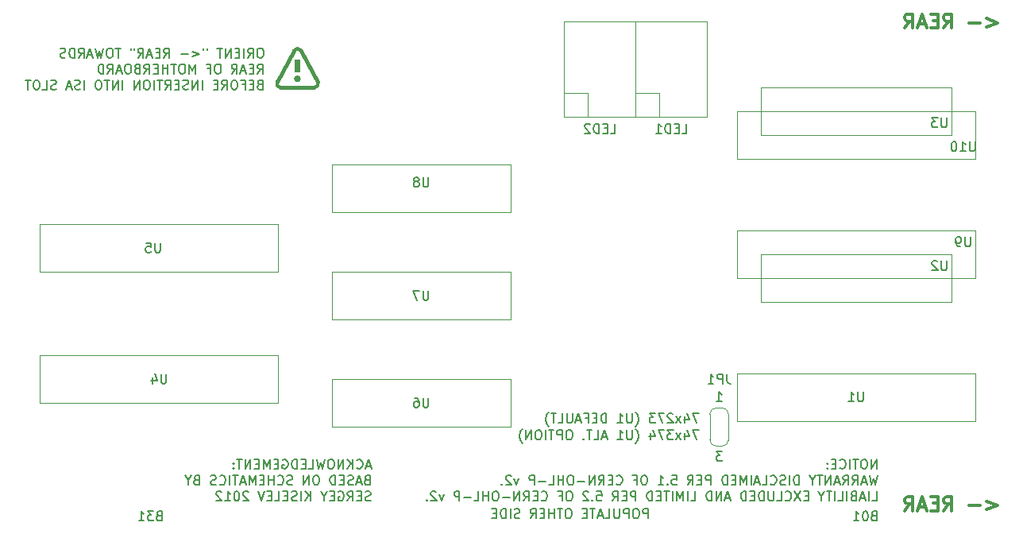
<source format=gbo>
G04 #@! TF.GenerationSoftware,KiCad,Pcbnew,(5.1.4)-1*
G04 #@! TF.CreationDate,2022-04-07T22:43:36+09:30*
G04 #@! TF.ProjectId,ISA_POST_Card_v5.1,4953415f-504f-4535-945f-436172645f76,1*
G04 #@! TF.SameCoordinates,Original*
G04 #@! TF.FileFunction,Legend,Bot*
G04 #@! TF.FilePolarity,Positive*
%FSLAX46Y46*%
G04 Gerber Fmt 4.6, Leading zero omitted, Abs format (unit mm)*
G04 Created by KiCad (PCBNEW (5.1.4)-1) date 2022-04-07 22:43:36*
%MOMM*%
%LPD*%
G04 APERTURE LIST*
%ADD10C,0.200000*%
%ADD11C,0.120000*%
%ADD12C,0.150000*%
%ADD13C,0.400000*%
%ADD14C,0.100000*%
%ADD15C,0.300000*%
G04 APERTURE END LIST*
D10*
X165130714Y-117673380D02*
X165130714Y-116673380D01*
X164749761Y-116673380D01*
X164654523Y-116721000D01*
X164606904Y-116768619D01*
X164559285Y-116863857D01*
X164559285Y-117006714D01*
X164606904Y-117101952D01*
X164654523Y-117149571D01*
X164749761Y-117197190D01*
X165130714Y-117197190D01*
X163940238Y-116673380D02*
X163749761Y-116673380D01*
X163654523Y-116721000D01*
X163559285Y-116816238D01*
X163511666Y-117006714D01*
X163511666Y-117340047D01*
X163559285Y-117530523D01*
X163654523Y-117625761D01*
X163749761Y-117673380D01*
X163940238Y-117673380D01*
X164035476Y-117625761D01*
X164130714Y-117530523D01*
X164178333Y-117340047D01*
X164178333Y-117006714D01*
X164130714Y-116816238D01*
X164035476Y-116721000D01*
X163940238Y-116673380D01*
X163083095Y-117673380D02*
X163083095Y-116673380D01*
X162702142Y-116673380D01*
X162606904Y-116721000D01*
X162559285Y-116768619D01*
X162511666Y-116863857D01*
X162511666Y-117006714D01*
X162559285Y-117101952D01*
X162606904Y-117149571D01*
X162702142Y-117197190D01*
X163083095Y-117197190D01*
X162083095Y-116673380D02*
X162083095Y-117482904D01*
X162035476Y-117578142D01*
X161987857Y-117625761D01*
X161892619Y-117673380D01*
X161702142Y-117673380D01*
X161606904Y-117625761D01*
X161559285Y-117578142D01*
X161511666Y-117482904D01*
X161511666Y-116673380D01*
X160559285Y-117673380D02*
X161035476Y-117673380D01*
X161035476Y-116673380D01*
X160273571Y-117387666D02*
X159797380Y-117387666D01*
X160368809Y-117673380D02*
X160035476Y-116673380D01*
X159702142Y-117673380D01*
X159511666Y-116673380D02*
X158940238Y-116673380D01*
X159225952Y-117673380D02*
X159225952Y-116673380D01*
X158606904Y-117149571D02*
X158273571Y-117149571D01*
X158130714Y-117673380D02*
X158606904Y-117673380D01*
X158606904Y-116673380D01*
X158130714Y-116673380D01*
X156749761Y-116673380D02*
X156559285Y-116673380D01*
X156464047Y-116721000D01*
X156368809Y-116816238D01*
X156321190Y-117006714D01*
X156321190Y-117340047D01*
X156368809Y-117530523D01*
X156464047Y-117625761D01*
X156559285Y-117673380D01*
X156749761Y-117673380D01*
X156845000Y-117625761D01*
X156940238Y-117530523D01*
X156987857Y-117340047D01*
X156987857Y-117006714D01*
X156940238Y-116816238D01*
X156845000Y-116721000D01*
X156749761Y-116673380D01*
X156035476Y-116673380D02*
X155464047Y-116673380D01*
X155749761Y-117673380D02*
X155749761Y-116673380D01*
X155130714Y-117673380D02*
X155130714Y-116673380D01*
X155130714Y-117149571D02*
X154559285Y-117149571D01*
X154559285Y-117673380D02*
X154559285Y-116673380D01*
X154083095Y-117149571D02*
X153749761Y-117149571D01*
X153606904Y-117673380D02*
X154083095Y-117673380D01*
X154083095Y-116673380D01*
X153606904Y-116673380D01*
X152606904Y-117673380D02*
X152940238Y-117197190D01*
X153178333Y-117673380D02*
X153178333Y-116673380D01*
X152797380Y-116673380D01*
X152702142Y-116721000D01*
X152654523Y-116768619D01*
X152606904Y-116863857D01*
X152606904Y-117006714D01*
X152654523Y-117101952D01*
X152702142Y-117149571D01*
X152797380Y-117197190D01*
X153178333Y-117197190D01*
X151464047Y-117625761D02*
X151321190Y-117673380D01*
X151083095Y-117673380D01*
X150987857Y-117625761D01*
X150940238Y-117578142D01*
X150892619Y-117482904D01*
X150892619Y-117387666D01*
X150940238Y-117292428D01*
X150987857Y-117244809D01*
X151083095Y-117197190D01*
X151273571Y-117149571D01*
X151368809Y-117101952D01*
X151416428Y-117054333D01*
X151464047Y-116959095D01*
X151464047Y-116863857D01*
X151416428Y-116768619D01*
X151368809Y-116721000D01*
X151273571Y-116673380D01*
X151035476Y-116673380D01*
X150892619Y-116721000D01*
X150464047Y-117673380D02*
X150464047Y-116673380D01*
X149987857Y-117673380D02*
X149987857Y-116673380D01*
X149749761Y-116673380D01*
X149606904Y-116721000D01*
X149511666Y-116816238D01*
X149464047Y-116911476D01*
X149416428Y-117101952D01*
X149416428Y-117244809D01*
X149464047Y-117435285D01*
X149511666Y-117530523D01*
X149606904Y-117625761D01*
X149749761Y-117673380D01*
X149987857Y-117673380D01*
X148987857Y-117149571D02*
X148654523Y-117149571D01*
X148511666Y-117673380D02*
X148987857Y-117673380D01*
X148987857Y-116673380D01*
X148511666Y-116673380D01*
X170542142Y-108291380D02*
X169875476Y-108291380D01*
X170304047Y-109291380D01*
X169065952Y-108624714D02*
X169065952Y-109291380D01*
X169304047Y-108243761D02*
X169542142Y-108958047D01*
X168923095Y-108958047D01*
X168637380Y-109291380D02*
X168113571Y-108624714D01*
X168637380Y-108624714D02*
X168113571Y-109291380D01*
X167827857Y-108291380D02*
X167208809Y-108291380D01*
X167542142Y-108672333D01*
X167399285Y-108672333D01*
X167304047Y-108719952D01*
X167256428Y-108767571D01*
X167208809Y-108862809D01*
X167208809Y-109100904D01*
X167256428Y-109196142D01*
X167304047Y-109243761D01*
X167399285Y-109291380D01*
X167685000Y-109291380D01*
X167780238Y-109243761D01*
X167827857Y-109196142D01*
X166875476Y-108291380D02*
X166208809Y-108291380D01*
X166637380Y-109291380D01*
X165399285Y-108624714D02*
X165399285Y-109291380D01*
X165637380Y-108243761D02*
X165875476Y-108958047D01*
X165256428Y-108958047D01*
X163827857Y-109672333D02*
X163875476Y-109624714D01*
X163970714Y-109481857D01*
X164018333Y-109386619D01*
X164065952Y-109243761D01*
X164113571Y-109005666D01*
X164113571Y-108815190D01*
X164065952Y-108577095D01*
X164018333Y-108434238D01*
X163970714Y-108339000D01*
X163875476Y-108196142D01*
X163827857Y-108148523D01*
X163446904Y-108291380D02*
X163446904Y-109100904D01*
X163399285Y-109196142D01*
X163351666Y-109243761D01*
X163256428Y-109291380D01*
X163065952Y-109291380D01*
X162970714Y-109243761D01*
X162923095Y-109196142D01*
X162875476Y-109100904D01*
X162875476Y-108291380D01*
X161875476Y-109291380D02*
X162446904Y-109291380D01*
X162161190Y-109291380D02*
X162161190Y-108291380D01*
X162256428Y-108434238D01*
X162351666Y-108529476D01*
X162446904Y-108577095D01*
X160732619Y-109005666D02*
X160256428Y-109005666D01*
X160827857Y-109291380D02*
X160494523Y-108291380D01*
X160161190Y-109291380D01*
X159351666Y-109291380D02*
X159827857Y-109291380D01*
X159827857Y-108291380D01*
X159161190Y-108291380D02*
X158589761Y-108291380D01*
X158875476Y-109291380D02*
X158875476Y-108291380D01*
X158256428Y-109196142D02*
X158208809Y-109243761D01*
X158256428Y-109291380D01*
X158304047Y-109243761D01*
X158256428Y-109196142D01*
X158256428Y-109291380D01*
X156827857Y-108291380D02*
X156637380Y-108291380D01*
X156542142Y-108339000D01*
X156446904Y-108434238D01*
X156399285Y-108624714D01*
X156399285Y-108958047D01*
X156446904Y-109148523D01*
X156542142Y-109243761D01*
X156637380Y-109291380D01*
X156827857Y-109291380D01*
X156923095Y-109243761D01*
X157018333Y-109148523D01*
X157065952Y-108958047D01*
X157065952Y-108624714D01*
X157018333Y-108434238D01*
X156923095Y-108339000D01*
X156827857Y-108291380D01*
X155970714Y-109291380D02*
X155970714Y-108291380D01*
X155589761Y-108291380D01*
X155494523Y-108339000D01*
X155446904Y-108386619D01*
X155399285Y-108481857D01*
X155399285Y-108624714D01*
X155446904Y-108719952D01*
X155494523Y-108767571D01*
X155589761Y-108815190D01*
X155970714Y-108815190D01*
X155113571Y-108291380D02*
X154542142Y-108291380D01*
X154827857Y-109291380D02*
X154827857Y-108291380D01*
X154208809Y-109291380D02*
X154208809Y-108291380D01*
X153542142Y-108291380D02*
X153351666Y-108291380D01*
X153256428Y-108339000D01*
X153161190Y-108434238D01*
X153113571Y-108624714D01*
X153113571Y-108958047D01*
X153161190Y-109148523D01*
X153256428Y-109243761D01*
X153351666Y-109291380D01*
X153542142Y-109291380D01*
X153637380Y-109243761D01*
X153732619Y-109148523D01*
X153780238Y-108958047D01*
X153780238Y-108624714D01*
X153732619Y-108434238D01*
X153637380Y-108339000D01*
X153542142Y-108291380D01*
X152685000Y-109291380D02*
X152685000Y-108291380D01*
X152113571Y-109291380D01*
X152113571Y-108291380D01*
X151732619Y-109672333D02*
X151685000Y-109624714D01*
X151589761Y-109481857D01*
X151542142Y-109386619D01*
X151494523Y-109243761D01*
X151446904Y-109005666D01*
X151446904Y-108815190D01*
X151494523Y-108577095D01*
X151542142Y-108434238D01*
X151589761Y-108339000D01*
X151685000Y-108196142D01*
X151732619Y-108148523D01*
X170542142Y-106513380D02*
X169875476Y-106513380D01*
X170304047Y-107513380D01*
X169065952Y-106846714D02*
X169065952Y-107513380D01*
X169304047Y-106465761D02*
X169542142Y-107180047D01*
X168923095Y-107180047D01*
X168637380Y-107513380D02*
X168113571Y-106846714D01*
X168637380Y-106846714D02*
X168113571Y-107513380D01*
X167780238Y-106608619D02*
X167732619Y-106561000D01*
X167637380Y-106513380D01*
X167399285Y-106513380D01*
X167304047Y-106561000D01*
X167256428Y-106608619D01*
X167208809Y-106703857D01*
X167208809Y-106799095D01*
X167256428Y-106941952D01*
X167827857Y-107513380D01*
X167208809Y-107513380D01*
X166875476Y-106513380D02*
X166208809Y-106513380D01*
X166637380Y-107513380D01*
X165923095Y-106513380D02*
X165304047Y-106513380D01*
X165637380Y-106894333D01*
X165494523Y-106894333D01*
X165399285Y-106941952D01*
X165351666Y-106989571D01*
X165304047Y-107084809D01*
X165304047Y-107322904D01*
X165351666Y-107418142D01*
X165399285Y-107465761D01*
X165494523Y-107513380D01*
X165780238Y-107513380D01*
X165875476Y-107465761D01*
X165923095Y-107418142D01*
X163827857Y-107894333D02*
X163875476Y-107846714D01*
X163970714Y-107703857D01*
X164018333Y-107608619D01*
X164065952Y-107465761D01*
X164113571Y-107227666D01*
X164113571Y-107037190D01*
X164065952Y-106799095D01*
X164018333Y-106656238D01*
X163970714Y-106561000D01*
X163875476Y-106418142D01*
X163827857Y-106370523D01*
X163446904Y-106513380D02*
X163446904Y-107322904D01*
X163399285Y-107418142D01*
X163351666Y-107465761D01*
X163256428Y-107513380D01*
X163065952Y-107513380D01*
X162970714Y-107465761D01*
X162923095Y-107418142D01*
X162875476Y-107322904D01*
X162875476Y-106513380D01*
X161875476Y-107513380D02*
X162446904Y-107513380D01*
X162161190Y-107513380D02*
X162161190Y-106513380D01*
X162256428Y-106656238D01*
X162351666Y-106751476D01*
X162446904Y-106799095D01*
X160685000Y-107513380D02*
X160685000Y-106513380D01*
X160446904Y-106513380D01*
X160304047Y-106561000D01*
X160208809Y-106656238D01*
X160161190Y-106751476D01*
X160113571Y-106941952D01*
X160113571Y-107084809D01*
X160161190Y-107275285D01*
X160208809Y-107370523D01*
X160304047Y-107465761D01*
X160446904Y-107513380D01*
X160685000Y-107513380D01*
X159685000Y-106989571D02*
X159351666Y-106989571D01*
X159208809Y-107513380D02*
X159685000Y-107513380D01*
X159685000Y-106513380D01*
X159208809Y-106513380D01*
X158446904Y-106989571D02*
X158780238Y-106989571D01*
X158780238Y-107513380D02*
X158780238Y-106513380D01*
X158304047Y-106513380D01*
X157970714Y-107227666D02*
X157494523Y-107227666D01*
X158065952Y-107513380D02*
X157732619Y-106513380D01*
X157399285Y-107513380D01*
X157065952Y-106513380D02*
X157065952Y-107322904D01*
X157018333Y-107418142D01*
X156970714Y-107465761D01*
X156875476Y-107513380D01*
X156685000Y-107513380D01*
X156589761Y-107465761D01*
X156542142Y-107418142D01*
X156494523Y-107322904D01*
X156494523Y-106513380D01*
X155542142Y-107513380D02*
X156018333Y-107513380D01*
X156018333Y-106513380D01*
X155351666Y-106513380D02*
X154780238Y-106513380D01*
X155065952Y-107513380D02*
X155065952Y-106513380D01*
X154542142Y-107894333D02*
X154494523Y-107846714D01*
X154399285Y-107703857D01*
X154351666Y-107608619D01*
X154304047Y-107465761D01*
X154256428Y-107227666D01*
X154256428Y-107037190D01*
X154304047Y-106799095D01*
X154351666Y-106656238D01*
X154399285Y-106561000D01*
X154494523Y-106418142D01*
X154542142Y-106370523D01*
D11*
X150495000Y-80010000D02*
X131445000Y-80010000D01*
X131445000Y-85090000D02*
X131445000Y-80010000D01*
X150495000Y-85090000D02*
X150495000Y-80010000D01*
X150495000Y-85090000D02*
X131445000Y-85090000D01*
D10*
X135569523Y-112131666D02*
X135093333Y-112131666D01*
X135664761Y-112417380D02*
X135331428Y-111417380D01*
X134998095Y-112417380D01*
X134093333Y-112322142D02*
X134140952Y-112369761D01*
X134283809Y-112417380D01*
X134379047Y-112417380D01*
X134521904Y-112369761D01*
X134617142Y-112274523D01*
X134664761Y-112179285D01*
X134712380Y-111988809D01*
X134712380Y-111845952D01*
X134664761Y-111655476D01*
X134617142Y-111560238D01*
X134521904Y-111465000D01*
X134379047Y-111417380D01*
X134283809Y-111417380D01*
X134140952Y-111465000D01*
X134093333Y-111512619D01*
X133664761Y-112417380D02*
X133664761Y-111417380D01*
X133093333Y-112417380D02*
X133521904Y-111845952D01*
X133093333Y-111417380D02*
X133664761Y-111988809D01*
X132664761Y-112417380D02*
X132664761Y-111417380D01*
X132093333Y-112417380D01*
X132093333Y-111417380D01*
X131426666Y-111417380D02*
X131236190Y-111417380D01*
X131140952Y-111465000D01*
X131045714Y-111560238D01*
X130998095Y-111750714D01*
X130998095Y-112084047D01*
X131045714Y-112274523D01*
X131140952Y-112369761D01*
X131236190Y-112417380D01*
X131426666Y-112417380D01*
X131521904Y-112369761D01*
X131617142Y-112274523D01*
X131664761Y-112084047D01*
X131664761Y-111750714D01*
X131617142Y-111560238D01*
X131521904Y-111465000D01*
X131426666Y-111417380D01*
X130664761Y-111417380D02*
X130426666Y-112417380D01*
X130236190Y-111703095D01*
X130045714Y-112417380D01*
X129807619Y-111417380D01*
X128950476Y-112417380D02*
X129426666Y-112417380D01*
X129426666Y-111417380D01*
X128617142Y-111893571D02*
X128283809Y-111893571D01*
X128140952Y-112417380D02*
X128617142Y-112417380D01*
X128617142Y-111417380D01*
X128140952Y-111417380D01*
X127712380Y-112417380D02*
X127712380Y-111417380D01*
X127474285Y-111417380D01*
X127331428Y-111465000D01*
X127236190Y-111560238D01*
X127188571Y-111655476D01*
X127140952Y-111845952D01*
X127140952Y-111988809D01*
X127188571Y-112179285D01*
X127236190Y-112274523D01*
X127331428Y-112369761D01*
X127474285Y-112417380D01*
X127712380Y-112417380D01*
X126188571Y-111465000D02*
X126283809Y-111417380D01*
X126426666Y-111417380D01*
X126569523Y-111465000D01*
X126664761Y-111560238D01*
X126712380Y-111655476D01*
X126760000Y-111845952D01*
X126760000Y-111988809D01*
X126712380Y-112179285D01*
X126664761Y-112274523D01*
X126569523Y-112369761D01*
X126426666Y-112417380D01*
X126331428Y-112417380D01*
X126188571Y-112369761D01*
X126140952Y-112322142D01*
X126140952Y-111988809D01*
X126331428Y-111988809D01*
X125712380Y-111893571D02*
X125379047Y-111893571D01*
X125236190Y-112417380D02*
X125712380Y-112417380D01*
X125712380Y-111417380D01*
X125236190Y-111417380D01*
X124807619Y-112417380D02*
X124807619Y-111417380D01*
X124474285Y-112131666D01*
X124140952Y-111417380D01*
X124140952Y-112417380D01*
X123664761Y-111893571D02*
X123331428Y-111893571D01*
X123188571Y-112417380D02*
X123664761Y-112417380D01*
X123664761Y-111417380D01*
X123188571Y-111417380D01*
X122760000Y-112417380D02*
X122760000Y-111417380D01*
X122188571Y-112417380D01*
X122188571Y-111417380D01*
X121855238Y-111417380D02*
X121283809Y-111417380D01*
X121569523Y-112417380D02*
X121569523Y-111417380D01*
X120950476Y-112322142D02*
X120902857Y-112369761D01*
X120950476Y-112417380D01*
X120998095Y-112369761D01*
X120950476Y-112322142D01*
X120950476Y-112417380D01*
X120950476Y-111798333D02*
X120902857Y-111845952D01*
X120950476Y-111893571D01*
X120998095Y-111845952D01*
X120950476Y-111798333D01*
X120950476Y-111893571D01*
X135188571Y-113593571D02*
X135045714Y-113641190D01*
X134998095Y-113688809D01*
X134950476Y-113784047D01*
X134950476Y-113926904D01*
X134998095Y-114022142D01*
X135045714Y-114069761D01*
X135140952Y-114117380D01*
X135521904Y-114117380D01*
X135521904Y-113117380D01*
X135188571Y-113117380D01*
X135093333Y-113165000D01*
X135045714Y-113212619D01*
X134998095Y-113307857D01*
X134998095Y-113403095D01*
X135045714Y-113498333D01*
X135093333Y-113545952D01*
X135188571Y-113593571D01*
X135521904Y-113593571D01*
X134569523Y-113831666D02*
X134093333Y-113831666D01*
X134664761Y-114117380D02*
X134331428Y-113117380D01*
X133998095Y-114117380D01*
X133712380Y-114069761D02*
X133569523Y-114117380D01*
X133331428Y-114117380D01*
X133236190Y-114069761D01*
X133188571Y-114022142D01*
X133140952Y-113926904D01*
X133140952Y-113831666D01*
X133188571Y-113736428D01*
X133236190Y-113688809D01*
X133331428Y-113641190D01*
X133521904Y-113593571D01*
X133617142Y-113545952D01*
X133664761Y-113498333D01*
X133712380Y-113403095D01*
X133712380Y-113307857D01*
X133664761Y-113212619D01*
X133617142Y-113165000D01*
X133521904Y-113117380D01*
X133283809Y-113117380D01*
X133140952Y-113165000D01*
X132712380Y-113593571D02*
X132379047Y-113593571D01*
X132236190Y-114117380D02*
X132712380Y-114117380D01*
X132712380Y-113117380D01*
X132236190Y-113117380D01*
X131807619Y-114117380D02*
X131807619Y-113117380D01*
X131569523Y-113117380D01*
X131426666Y-113165000D01*
X131331428Y-113260238D01*
X131283809Y-113355476D01*
X131236190Y-113545952D01*
X131236190Y-113688809D01*
X131283809Y-113879285D01*
X131331428Y-113974523D01*
X131426666Y-114069761D01*
X131569523Y-114117380D01*
X131807619Y-114117380D01*
X129855238Y-113117380D02*
X129664761Y-113117380D01*
X129569523Y-113165000D01*
X129474285Y-113260238D01*
X129426666Y-113450714D01*
X129426666Y-113784047D01*
X129474285Y-113974523D01*
X129569523Y-114069761D01*
X129664761Y-114117380D01*
X129855238Y-114117380D01*
X129950476Y-114069761D01*
X130045714Y-113974523D01*
X130093333Y-113784047D01*
X130093333Y-113450714D01*
X130045714Y-113260238D01*
X129950476Y-113165000D01*
X129855238Y-113117380D01*
X128998095Y-114117380D02*
X128998095Y-113117380D01*
X128426666Y-114117380D01*
X128426666Y-113117380D01*
X127236190Y-114069761D02*
X127093333Y-114117380D01*
X126855238Y-114117380D01*
X126760000Y-114069761D01*
X126712380Y-114022142D01*
X126664761Y-113926904D01*
X126664761Y-113831666D01*
X126712380Y-113736428D01*
X126760000Y-113688809D01*
X126855238Y-113641190D01*
X127045714Y-113593571D01*
X127140952Y-113545952D01*
X127188571Y-113498333D01*
X127236190Y-113403095D01*
X127236190Y-113307857D01*
X127188571Y-113212619D01*
X127140952Y-113165000D01*
X127045714Y-113117380D01*
X126807619Y-113117380D01*
X126664761Y-113165000D01*
X125664761Y-114022142D02*
X125712380Y-114069761D01*
X125855238Y-114117380D01*
X125950476Y-114117380D01*
X126093333Y-114069761D01*
X126188571Y-113974523D01*
X126236190Y-113879285D01*
X126283809Y-113688809D01*
X126283809Y-113545952D01*
X126236190Y-113355476D01*
X126188571Y-113260238D01*
X126093333Y-113165000D01*
X125950476Y-113117380D01*
X125855238Y-113117380D01*
X125712380Y-113165000D01*
X125664761Y-113212619D01*
X125236190Y-114117380D02*
X125236190Y-113117380D01*
X125236190Y-113593571D02*
X124664761Y-113593571D01*
X124664761Y-114117380D02*
X124664761Y-113117380D01*
X124188571Y-113593571D02*
X123855238Y-113593571D01*
X123712380Y-114117380D02*
X124188571Y-114117380D01*
X124188571Y-113117380D01*
X123712380Y-113117380D01*
X123283809Y-114117380D02*
X123283809Y-113117380D01*
X122950476Y-113831666D01*
X122617142Y-113117380D01*
X122617142Y-114117380D01*
X122188571Y-113831666D02*
X121712380Y-113831666D01*
X122283809Y-114117380D02*
X121950476Y-113117380D01*
X121617142Y-114117380D01*
X121426666Y-113117380D02*
X120855238Y-113117380D01*
X121140952Y-114117380D02*
X121140952Y-113117380D01*
X120521904Y-114117380D02*
X120521904Y-113117380D01*
X119474285Y-114022142D02*
X119521904Y-114069761D01*
X119664761Y-114117380D01*
X119760000Y-114117380D01*
X119902857Y-114069761D01*
X119998095Y-113974523D01*
X120045714Y-113879285D01*
X120093333Y-113688809D01*
X120093333Y-113545952D01*
X120045714Y-113355476D01*
X119998095Y-113260238D01*
X119902857Y-113165000D01*
X119760000Y-113117380D01*
X119664761Y-113117380D01*
X119521904Y-113165000D01*
X119474285Y-113212619D01*
X119093333Y-114069761D02*
X118950476Y-114117380D01*
X118712380Y-114117380D01*
X118617142Y-114069761D01*
X118569523Y-114022142D01*
X118521904Y-113926904D01*
X118521904Y-113831666D01*
X118569523Y-113736428D01*
X118617142Y-113688809D01*
X118712380Y-113641190D01*
X118902857Y-113593571D01*
X118998095Y-113545952D01*
X119045714Y-113498333D01*
X119093333Y-113403095D01*
X119093333Y-113307857D01*
X119045714Y-113212619D01*
X118998095Y-113165000D01*
X118902857Y-113117380D01*
X118664761Y-113117380D01*
X118521904Y-113165000D01*
X116998095Y-113593571D02*
X116855238Y-113641190D01*
X116807619Y-113688809D01*
X116760000Y-113784047D01*
X116760000Y-113926904D01*
X116807619Y-114022142D01*
X116855238Y-114069761D01*
X116950476Y-114117380D01*
X117331428Y-114117380D01*
X117331428Y-113117380D01*
X116998095Y-113117380D01*
X116902857Y-113165000D01*
X116855238Y-113212619D01*
X116807619Y-113307857D01*
X116807619Y-113403095D01*
X116855238Y-113498333D01*
X116902857Y-113545952D01*
X116998095Y-113593571D01*
X117331428Y-113593571D01*
X116140952Y-113641190D02*
X116140952Y-114117380D01*
X116474285Y-113117380D02*
X116140952Y-113641190D01*
X115807619Y-113117380D01*
X135569523Y-115769761D02*
X135426666Y-115817380D01*
X135188571Y-115817380D01*
X135093333Y-115769761D01*
X135045714Y-115722142D01*
X134998095Y-115626904D01*
X134998095Y-115531666D01*
X135045714Y-115436428D01*
X135093333Y-115388809D01*
X135188571Y-115341190D01*
X135379047Y-115293571D01*
X135474285Y-115245952D01*
X135521904Y-115198333D01*
X135569523Y-115103095D01*
X135569523Y-115007857D01*
X135521904Y-114912619D01*
X135474285Y-114865000D01*
X135379047Y-114817380D01*
X135140952Y-114817380D01*
X134998095Y-114865000D01*
X134569523Y-115293571D02*
X134236190Y-115293571D01*
X134093333Y-115817380D02*
X134569523Y-115817380D01*
X134569523Y-114817380D01*
X134093333Y-114817380D01*
X133093333Y-115817380D02*
X133426666Y-115341190D01*
X133664761Y-115817380D02*
X133664761Y-114817380D01*
X133283809Y-114817380D01*
X133188571Y-114865000D01*
X133140952Y-114912619D01*
X133093333Y-115007857D01*
X133093333Y-115150714D01*
X133140952Y-115245952D01*
X133188571Y-115293571D01*
X133283809Y-115341190D01*
X133664761Y-115341190D01*
X132140952Y-114865000D02*
X132236190Y-114817380D01*
X132379047Y-114817380D01*
X132521904Y-114865000D01*
X132617142Y-114960238D01*
X132664761Y-115055476D01*
X132712380Y-115245952D01*
X132712380Y-115388809D01*
X132664761Y-115579285D01*
X132617142Y-115674523D01*
X132521904Y-115769761D01*
X132379047Y-115817380D01*
X132283809Y-115817380D01*
X132140952Y-115769761D01*
X132093333Y-115722142D01*
X132093333Y-115388809D01*
X132283809Y-115388809D01*
X131664761Y-115293571D02*
X131331428Y-115293571D01*
X131188571Y-115817380D02*
X131664761Y-115817380D01*
X131664761Y-114817380D01*
X131188571Y-114817380D01*
X130569523Y-115341190D02*
X130569523Y-115817380D01*
X130902857Y-114817380D02*
X130569523Y-115341190D01*
X130236190Y-114817380D01*
X129140952Y-115817380D02*
X129140952Y-114817380D01*
X128569523Y-115817380D02*
X128998095Y-115245952D01*
X128569523Y-114817380D02*
X129140952Y-115388809D01*
X128140952Y-115817380D02*
X128140952Y-114817380D01*
X127712380Y-115769761D02*
X127569523Y-115817380D01*
X127331428Y-115817380D01*
X127236190Y-115769761D01*
X127188571Y-115722142D01*
X127140952Y-115626904D01*
X127140952Y-115531666D01*
X127188571Y-115436428D01*
X127236190Y-115388809D01*
X127331428Y-115341190D01*
X127521904Y-115293571D01*
X127617142Y-115245952D01*
X127664761Y-115198333D01*
X127712380Y-115103095D01*
X127712380Y-115007857D01*
X127664761Y-114912619D01*
X127617142Y-114865000D01*
X127521904Y-114817380D01*
X127283809Y-114817380D01*
X127140952Y-114865000D01*
X126712380Y-115293571D02*
X126379047Y-115293571D01*
X126236190Y-115817380D02*
X126712380Y-115817380D01*
X126712380Y-114817380D01*
X126236190Y-114817380D01*
X125331428Y-115817380D02*
X125807619Y-115817380D01*
X125807619Y-114817380D01*
X124998095Y-115293571D02*
X124664761Y-115293571D01*
X124521904Y-115817380D02*
X124998095Y-115817380D01*
X124998095Y-114817380D01*
X124521904Y-114817380D01*
X124236190Y-114817380D02*
X123902857Y-115817380D01*
X123569523Y-114817380D01*
X122521904Y-114912619D02*
X122474285Y-114865000D01*
X122379047Y-114817380D01*
X122140952Y-114817380D01*
X122045714Y-114865000D01*
X121998095Y-114912619D01*
X121950476Y-115007857D01*
X121950476Y-115103095D01*
X121998095Y-115245952D01*
X122569523Y-115817380D01*
X121950476Y-115817380D01*
X121331428Y-114817380D02*
X121236190Y-114817380D01*
X121140952Y-114865000D01*
X121093333Y-114912619D01*
X121045714Y-115007857D01*
X120998095Y-115198333D01*
X120998095Y-115436428D01*
X121045714Y-115626904D01*
X121093333Y-115722142D01*
X121140952Y-115769761D01*
X121236190Y-115817380D01*
X121331428Y-115817380D01*
X121426666Y-115769761D01*
X121474285Y-115722142D01*
X121521904Y-115626904D01*
X121569523Y-115436428D01*
X121569523Y-115198333D01*
X121521904Y-115007857D01*
X121474285Y-114912619D01*
X121426666Y-114865000D01*
X121331428Y-114817380D01*
X120045714Y-115817380D02*
X120617142Y-115817380D01*
X120331428Y-115817380D02*
X120331428Y-114817380D01*
X120426666Y-114960238D01*
X120521904Y-115055476D01*
X120617142Y-115103095D01*
X119664761Y-114912619D02*
X119617142Y-114865000D01*
X119521904Y-114817380D01*
X119283809Y-114817380D01*
X119188571Y-114865000D01*
X119140952Y-114912619D01*
X119093333Y-115007857D01*
X119093333Y-115103095D01*
X119140952Y-115245952D01*
X119712380Y-115817380D01*
X119093333Y-115817380D01*
D11*
X150495000Y-96520000D02*
X150495000Y-91440000D01*
X131445000Y-96520000D02*
X131445000Y-91440000D01*
X150495000Y-91440000D02*
X131445000Y-91440000D01*
X150495000Y-96520000D02*
X131445000Y-96520000D01*
D10*
X189496904Y-112417380D02*
X189496904Y-111417380D01*
X188925476Y-112417380D01*
X188925476Y-111417380D01*
X188258809Y-111417380D02*
X188068333Y-111417380D01*
X187973095Y-111465000D01*
X187877857Y-111560238D01*
X187830238Y-111750714D01*
X187830238Y-112084047D01*
X187877857Y-112274523D01*
X187973095Y-112369761D01*
X188068333Y-112417380D01*
X188258809Y-112417380D01*
X188354047Y-112369761D01*
X188449285Y-112274523D01*
X188496904Y-112084047D01*
X188496904Y-111750714D01*
X188449285Y-111560238D01*
X188354047Y-111465000D01*
X188258809Y-111417380D01*
X187544523Y-111417380D02*
X186973095Y-111417380D01*
X187258809Y-112417380D02*
X187258809Y-111417380D01*
X186639761Y-112417380D02*
X186639761Y-111417380D01*
X185592142Y-112322142D02*
X185639761Y-112369761D01*
X185782619Y-112417380D01*
X185877857Y-112417380D01*
X186020714Y-112369761D01*
X186115952Y-112274523D01*
X186163571Y-112179285D01*
X186211190Y-111988809D01*
X186211190Y-111845952D01*
X186163571Y-111655476D01*
X186115952Y-111560238D01*
X186020714Y-111465000D01*
X185877857Y-111417380D01*
X185782619Y-111417380D01*
X185639761Y-111465000D01*
X185592142Y-111512619D01*
X185163571Y-111893571D02*
X184830238Y-111893571D01*
X184687380Y-112417380D02*
X185163571Y-112417380D01*
X185163571Y-111417380D01*
X184687380Y-111417380D01*
X184258809Y-112322142D02*
X184211190Y-112369761D01*
X184258809Y-112417380D01*
X184306428Y-112369761D01*
X184258809Y-112322142D01*
X184258809Y-112417380D01*
X184258809Y-111798333D02*
X184211190Y-111845952D01*
X184258809Y-111893571D01*
X184306428Y-111845952D01*
X184258809Y-111798333D01*
X184258809Y-111893571D01*
X189592142Y-113117380D02*
X189354047Y-114117380D01*
X189163571Y-113403095D01*
X188973095Y-114117380D01*
X188735000Y-113117380D01*
X188401666Y-113831666D02*
X187925476Y-113831666D01*
X188496904Y-114117380D02*
X188163571Y-113117380D01*
X187830238Y-114117380D01*
X186925476Y-114117380D02*
X187258809Y-113641190D01*
X187496904Y-114117380D02*
X187496904Y-113117380D01*
X187115952Y-113117380D01*
X187020714Y-113165000D01*
X186973095Y-113212619D01*
X186925476Y-113307857D01*
X186925476Y-113450714D01*
X186973095Y-113545952D01*
X187020714Y-113593571D01*
X187115952Y-113641190D01*
X187496904Y-113641190D01*
X185925476Y-114117380D02*
X186258809Y-113641190D01*
X186496904Y-114117380D02*
X186496904Y-113117380D01*
X186115952Y-113117380D01*
X186020714Y-113165000D01*
X185973095Y-113212619D01*
X185925476Y-113307857D01*
X185925476Y-113450714D01*
X185973095Y-113545952D01*
X186020714Y-113593571D01*
X186115952Y-113641190D01*
X186496904Y-113641190D01*
X185544523Y-113831666D02*
X185068333Y-113831666D01*
X185639761Y-114117380D02*
X185306428Y-113117380D01*
X184973095Y-114117380D01*
X184639761Y-114117380D02*
X184639761Y-113117380D01*
X184068333Y-114117380D01*
X184068333Y-113117380D01*
X183735000Y-113117380D02*
X183163571Y-113117380D01*
X183449285Y-114117380D02*
X183449285Y-113117380D01*
X182639761Y-113641190D02*
X182639761Y-114117380D01*
X182973095Y-113117380D02*
X182639761Y-113641190D01*
X182306428Y-113117380D01*
X181211190Y-114117380D02*
X181211190Y-113117380D01*
X180973095Y-113117380D01*
X180830238Y-113165000D01*
X180735000Y-113260238D01*
X180687380Y-113355476D01*
X180639761Y-113545952D01*
X180639761Y-113688809D01*
X180687380Y-113879285D01*
X180735000Y-113974523D01*
X180830238Y-114069761D01*
X180973095Y-114117380D01*
X181211190Y-114117380D01*
X180211190Y-114117380D02*
X180211190Y-113117380D01*
X179782619Y-114069761D02*
X179639761Y-114117380D01*
X179401666Y-114117380D01*
X179306428Y-114069761D01*
X179258809Y-114022142D01*
X179211190Y-113926904D01*
X179211190Y-113831666D01*
X179258809Y-113736428D01*
X179306428Y-113688809D01*
X179401666Y-113641190D01*
X179592142Y-113593571D01*
X179687380Y-113545952D01*
X179735000Y-113498333D01*
X179782619Y-113403095D01*
X179782619Y-113307857D01*
X179735000Y-113212619D01*
X179687380Y-113165000D01*
X179592142Y-113117380D01*
X179354047Y-113117380D01*
X179211190Y-113165000D01*
X178211190Y-114022142D02*
X178258809Y-114069761D01*
X178401666Y-114117380D01*
X178496904Y-114117380D01*
X178639761Y-114069761D01*
X178735000Y-113974523D01*
X178782619Y-113879285D01*
X178830238Y-113688809D01*
X178830238Y-113545952D01*
X178782619Y-113355476D01*
X178735000Y-113260238D01*
X178639761Y-113165000D01*
X178496904Y-113117380D01*
X178401666Y-113117380D01*
X178258809Y-113165000D01*
X178211190Y-113212619D01*
X177306428Y-114117380D02*
X177782619Y-114117380D01*
X177782619Y-113117380D01*
X177020714Y-113831666D02*
X176544523Y-113831666D01*
X177115952Y-114117380D02*
X176782619Y-113117380D01*
X176449285Y-114117380D01*
X176115952Y-114117380D02*
X176115952Y-113117380D01*
X175639761Y-114117380D02*
X175639761Y-113117380D01*
X175306428Y-113831666D01*
X174973095Y-113117380D01*
X174973095Y-114117380D01*
X174496904Y-113593571D02*
X174163571Y-113593571D01*
X174020714Y-114117380D02*
X174496904Y-114117380D01*
X174496904Y-113117380D01*
X174020714Y-113117380D01*
X173592142Y-114117380D02*
X173592142Y-113117380D01*
X173354047Y-113117380D01*
X173211190Y-113165000D01*
X173115952Y-113260238D01*
X173068333Y-113355476D01*
X173020714Y-113545952D01*
X173020714Y-113688809D01*
X173068333Y-113879285D01*
X173115952Y-113974523D01*
X173211190Y-114069761D01*
X173354047Y-114117380D01*
X173592142Y-114117380D01*
X171830238Y-114117380D02*
X171830238Y-113117380D01*
X171449285Y-113117380D01*
X171354047Y-113165000D01*
X171306428Y-113212619D01*
X171258809Y-113307857D01*
X171258809Y-113450714D01*
X171306428Y-113545952D01*
X171354047Y-113593571D01*
X171449285Y-113641190D01*
X171830238Y-113641190D01*
X170830238Y-113593571D02*
X170496904Y-113593571D01*
X170354047Y-114117380D02*
X170830238Y-114117380D01*
X170830238Y-113117380D01*
X170354047Y-113117380D01*
X169354047Y-114117380D02*
X169687380Y-113641190D01*
X169925476Y-114117380D02*
X169925476Y-113117380D01*
X169544523Y-113117380D01*
X169449285Y-113165000D01*
X169401666Y-113212619D01*
X169354047Y-113307857D01*
X169354047Y-113450714D01*
X169401666Y-113545952D01*
X169449285Y-113593571D01*
X169544523Y-113641190D01*
X169925476Y-113641190D01*
X167687380Y-113117380D02*
X168163571Y-113117380D01*
X168211190Y-113593571D01*
X168163571Y-113545952D01*
X168068333Y-113498333D01*
X167830238Y-113498333D01*
X167735000Y-113545952D01*
X167687380Y-113593571D01*
X167639761Y-113688809D01*
X167639761Y-113926904D01*
X167687380Y-114022142D01*
X167735000Y-114069761D01*
X167830238Y-114117380D01*
X168068333Y-114117380D01*
X168163571Y-114069761D01*
X168211190Y-114022142D01*
X167211190Y-114022142D02*
X167163571Y-114069761D01*
X167211190Y-114117380D01*
X167258809Y-114069761D01*
X167211190Y-114022142D01*
X167211190Y-114117380D01*
X166211190Y-114117380D02*
X166782619Y-114117380D01*
X166496904Y-114117380D02*
X166496904Y-113117380D01*
X166592142Y-113260238D01*
X166687380Y-113355476D01*
X166782619Y-113403095D01*
X164830238Y-113117380D02*
X164639761Y-113117380D01*
X164544523Y-113165000D01*
X164449285Y-113260238D01*
X164401666Y-113450714D01*
X164401666Y-113784047D01*
X164449285Y-113974523D01*
X164544523Y-114069761D01*
X164639761Y-114117380D01*
X164830238Y-114117380D01*
X164925476Y-114069761D01*
X165020714Y-113974523D01*
X165068333Y-113784047D01*
X165068333Y-113450714D01*
X165020714Y-113260238D01*
X164925476Y-113165000D01*
X164830238Y-113117380D01*
X163639761Y-113593571D02*
X163973095Y-113593571D01*
X163973095Y-114117380D02*
X163973095Y-113117380D01*
X163496904Y-113117380D01*
X161782619Y-114022142D02*
X161830238Y-114069761D01*
X161973095Y-114117380D01*
X162068333Y-114117380D01*
X162211190Y-114069761D01*
X162306428Y-113974523D01*
X162354047Y-113879285D01*
X162401666Y-113688809D01*
X162401666Y-113545952D01*
X162354047Y-113355476D01*
X162306428Y-113260238D01*
X162211190Y-113165000D01*
X162068333Y-113117380D01*
X161973095Y-113117380D01*
X161830238Y-113165000D01*
X161782619Y-113212619D01*
X161354047Y-113593571D02*
X161020714Y-113593571D01*
X160877857Y-114117380D02*
X161354047Y-114117380D01*
X161354047Y-113117380D01*
X160877857Y-113117380D01*
X159877857Y-114117380D02*
X160211190Y-113641190D01*
X160449285Y-114117380D02*
X160449285Y-113117380D01*
X160068333Y-113117380D01*
X159973095Y-113165000D01*
X159925476Y-113212619D01*
X159877857Y-113307857D01*
X159877857Y-113450714D01*
X159925476Y-113545952D01*
X159973095Y-113593571D01*
X160068333Y-113641190D01*
X160449285Y-113641190D01*
X159449285Y-114117380D02*
X159449285Y-113117380D01*
X158877857Y-114117380D01*
X158877857Y-113117380D01*
X158401666Y-113736428D02*
X157639761Y-113736428D01*
X156973095Y-113117380D02*
X156782619Y-113117380D01*
X156687380Y-113165000D01*
X156592142Y-113260238D01*
X156544523Y-113450714D01*
X156544523Y-113784047D01*
X156592142Y-113974523D01*
X156687380Y-114069761D01*
X156782619Y-114117380D01*
X156973095Y-114117380D01*
X157068333Y-114069761D01*
X157163571Y-113974523D01*
X157211190Y-113784047D01*
X157211190Y-113450714D01*
X157163571Y-113260238D01*
X157068333Y-113165000D01*
X156973095Y-113117380D01*
X156115952Y-114117380D02*
X156115952Y-113117380D01*
X156115952Y-113593571D02*
X155544523Y-113593571D01*
X155544523Y-114117380D02*
X155544523Y-113117380D01*
X154592142Y-114117380D02*
X155068333Y-114117380D01*
X155068333Y-113117380D01*
X154258809Y-113736428D02*
X153496904Y-113736428D01*
X153020714Y-114117380D02*
X153020714Y-113117380D01*
X152639761Y-113117380D01*
X152544523Y-113165000D01*
X152496904Y-113212619D01*
X152449285Y-113307857D01*
X152449285Y-113450714D01*
X152496904Y-113545952D01*
X152544523Y-113593571D01*
X152639761Y-113641190D01*
X153020714Y-113641190D01*
X151354047Y-113450714D02*
X151115952Y-114117380D01*
X150877857Y-113450714D01*
X150544523Y-113212619D02*
X150496904Y-113165000D01*
X150401666Y-113117380D01*
X150163571Y-113117380D01*
X150068333Y-113165000D01*
X150020714Y-113212619D01*
X149973095Y-113307857D01*
X149973095Y-113403095D01*
X150020714Y-113545952D01*
X150592142Y-114117380D01*
X149973095Y-114117380D01*
X149544523Y-114022142D02*
X149496904Y-114069761D01*
X149544523Y-114117380D01*
X149592142Y-114069761D01*
X149544523Y-114022142D01*
X149544523Y-114117380D01*
X189020714Y-115817380D02*
X189496904Y-115817380D01*
X189496904Y-114817380D01*
X188687380Y-115817380D02*
X188687380Y-114817380D01*
X188258809Y-115531666D02*
X187782619Y-115531666D01*
X188354047Y-115817380D02*
X188020714Y-114817380D01*
X187687380Y-115817380D01*
X187020714Y-115293571D02*
X186877857Y-115341190D01*
X186830238Y-115388809D01*
X186782619Y-115484047D01*
X186782619Y-115626904D01*
X186830238Y-115722142D01*
X186877857Y-115769761D01*
X186973095Y-115817380D01*
X187354047Y-115817380D01*
X187354047Y-114817380D01*
X187020714Y-114817380D01*
X186925476Y-114865000D01*
X186877857Y-114912619D01*
X186830238Y-115007857D01*
X186830238Y-115103095D01*
X186877857Y-115198333D01*
X186925476Y-115245952D01*
X187020714Y-115293571D01*
X187354047Y-115293571D01*
X186354047Y-115817380D02*
X186354047Y-114817380D01*
X185401666Y-115817380D02*
X185877857Y-115817380D01*
X185877857Y-114817380D01*
X185068333Y-115817380D02*
X185068333Y-114817380D01*
X184735000Y-114817380D02*
X184163571Y-114817380D01*
X184449285Y-115817380D02*
X184449285Y-114817380D01*
X183639761Y-115341190D02*
X183639761Y-115817380D01*
X183973095Y-114817380D02*
X183639761Y-115341190D01*
X183306428Y-114817380D01*
X182211190Y-115293571D02*
X181877857Y-115293571D01*
X181735000Y-115817380D02*
X182211190Y-115817380D01*
X182211190Y-114817380D01*
X181735000Y-114817380D01*
X181401666Y-114817380D02*
X180735000Y-115817380D01*
X180735000Y-114817380D02*
X181401666Y-115817380D01*
X179782619Y-115722142D02*
X179830238Y-115769761D01*
X179973095Y-115817380D01*
X180068333Y-115817380D01*
X180211190Y-115769761D01*
X180306428Y-115674523D01*
X180354047Y-115579285D01*
X180401666Y-115388809D01*
X180401666Y-115245952D01*
X180354047Y-115055476D01*
X180306428Y-114960238D01*
X180211190Y-114865000D01*
X180068333Y-114817380D01*
X179973095Y-114817380D01*
X179830238Y-114865000D01*
X179782619Y-114912619D01*
X178877857Y-115817380D02*
X179354047Y-115817380D01*
X179354047Y-114817380D01*
X178544523Y-114817380D02*
X178544523Y-115626904D01*
X178496904Y-115722142D01*
X178449285Y-115769761D01*
X178354047Y-115817380D01*
X178163571Y-115817380D01*
X178068333Y-115769761D01*
X178020714Y-115722142D01*
X177973095Y-115626904D01*
X177973095Y-114817380D01*
X177496904Y-115817380D02*
X177496904Y-114817380D01*
X177258809Y-114817380D01*
X177115952Y-114865000D01*
X177020714Y-114960238D01*
X176973095Y-115055476D01*
X176925476Y-115245952D01*
X176925476Y-115388809D01*
X176973095Y-115579285D01*
X177020714Y-115674523D01*
X177115952Y-115769761D01*
X177258809Y-115817380D01*
X177496904Y-115817380D01*
X176496904Y-115293571D02*
X176163571Y-115293571D01*
X176020714Y-115817380D02*
X176496904Y-115817380D01*
X176496904Y-114817380D01*
X176020714Y-114817380D01*
X175592142Y-115817380D02*
X175592142Y-114817380D01*
X175354047Y-114817380D01*
X175211190Y-114865000D01*
X175115952Y-114960238D01*
X175068333Y-115055476D01*
X175020714Y-115245952D01*
X175020714Y-115388809D01*
X175068333Y-115579285D01*
X175115952Y-115674523D01*
X175211190Y-115769761D01*
X175354047Y-115817380D01*
X175592142Y-115817380D01*
X173877857Y-115531666D02*
X173401666Y-115531666D01*
X173973095Y-115817380D02*
X173639761Y-114817380D01*
X173306428Y-115817380D01*
X172973095Y-115817380D02*
X172973095Y-114817380D01*
X172401666Y-115817380D01*
X172401666Y-114817380D01*
X171925476Y-115817380D02*
X171925476Y-114817380D01*
X171687380Y-114817380D01*
X171544523Y-114865000D01*
X171449285Y-114960238D01*
X171401666Y-115055476D01*
X171354047Y-115245952D01*
X171354047Y-115388809D01*
X171401666Y-115579285D01*
X171449285Y-115674523D01*
X171544523Y-115769761D01*
X171687380Y-115817380D01*
X171925476Y-115817380D01*
X169687380Y-115817380D02*
X170163571Y-115817380D01*
X170163571Y-114817380D01*
X169354047Y-115817380D02*
X169354047Y-114817380D01*
X168877857Y-115817380D02*
X168877857Y-114817380D01*
X168544523Y-115531666D01*
X168211190Y-114817380D01*
X168211190Y-115817380D01*
X167735000Y-115817380D02*
X167735000Y-114817380D01*
X167401666Y-114817380D02*
X166830238Y-114817380D01*
X167115952Y-115817380D02*
X167115952Y-114817380D01*
X166496904Y-115293571D02*
X166163571Y-115293571D01*
X166020714Y-115817380D02*
X166496904Y-115817380D01*
X166496904Y-114817380D01*
X166020714Y-114817380D01*
X165592142Y-115817380D02*
X165592142Y-114817380D01*
X165354047Y-114817380D01*
X165211190Y-114865000D01*
X165115952Y-114960238D01*
X165068333Y-115055476D01*
X165020714Y-115245952D01*
X165020714Y-115388809D01*
X165068333Y-115579285D01*
X165115952Y-115674523D01*
X165211190Y-115769761D01*
X165354047Y-115817380D01*
X165592142Y-115817380D01*
X163830238Y-115817380D02*
X163830238Y-114817380D01*
X163449285Y-114817380D01*
X163354047Y-114865000D01*
X163306428Y-114912619D01*
X163258809Y-115007857D01*
X163258809Y-115150714D01*
X163306428Y-115245952D01*
X163354047Y-115293571D01*
X163449285Y-115341190D01*
X163830238Y-115341190D01*
X162830238Y-115293571D02*
X162496904Y-115293571D01*
X162354047Y-115817380D02*
X162830238Y-115817380D01*
X162830238Y-114817380D01*
X162354047Y-114817380D01*
X161354047Y-115817380D02*
X161687380Y-115341190D01*
X161925476Y-115817380D02*
X161925476Y-114817380D01*
X161544523Y-114817380D01*
X161449285Y-114865000D01*
X161401666Y-114912619D01*
X161354047Y-115007857D01*
X161354047Y-115150714D01*
X161401666Y-115245952D01*
X161449285Y-115293571D01*
X161544523Y-115341190D01*
X161925476Y-115341190D01*
X159687380Y-114817380D02*
X160163571Y-114817380D01*
X160211190Y-115293571D01*
X160163571Y-115245952D01*
X160068333Y-115198333D01*
X159830238Y-115198333D01*
X159735000Y-115245952D01*
X159687380Y-115293571D01*
X159639761Y-115388809D01*
X159639761Y-115626904D01*
X159687380Y-115722142D01*
X159735000Y-115769761D01*
X159830238Y-115817380D01*
X160068333Y-115817380D01*
X160163571Y-115769761D01*
X160211190Y-115722142D01*
X159211190Y-115722142D02*
X159163571Y-115769761D01*
X159211190Y-115817380D01*
X159258809Y-115769761D01*
X159211190Y-115722142D01*
X159211190Y-115817380D01*
X158782619Y-114912619D02*
X158735000Y-114865000D01*
X158639761Y-114817380D01*
X158401666Y-114817380D01*
X158306428Y-114865000D01*
X158258809Y-114912619D01*
X158211190Y-115007857D01*
X158211190Y-115103095D01*
X158258809Y-115245952D01*
X158830238Y-115817380D01*
X158211190Y-115817380D01*
X156830238Y-114817380D02*
X156639761Y-114817380D01*
X156544523Y-114865000D01*
X156449285Y-114960238D01*
X156401666Y-115150714D01*
X156401666Y-115484047D01*
X156449285Y-115674523D01*
X156544523Y-115769761D01*
X156639761Y-115817380D01*
X156830238Y-115817380D01*
X156925476Y-115769761D01*
X157020714Y-115674523D01*
X157068333Y-115484047D01*
X157068333Y-115150714D01*
X157020714Y-114960238D01*
X156925476Y-114865000D01*
X156830238Y-114817380D01*
X155639761Y-115293571D02*
X155973095Y-115293571D01*
X155973095Y-115817380D02*
X155973095Y-114817380D01*
X155496904Y-114817380D01*
X153782619Y-115722142D02*
X153830238Y-115769761D01*
X153973095Y-115817380D01*
X154068333Y-115817380D01*
X154211190Y-115769761D01*
X154306428Y-115674523D01*
X154354047Y-115579285D01*
X154401666Y-115388809D01*
X154401666Y-115245952D01*
X154354047Y-115055476D01*
X154306428Y-114960238D01*
X154211190Y-114865000D01*
X154068333Y-114817380D01*
X153973095Y-114817380D01*
X153830238Y-114865000D01*
X153782619Y-114912619D01*
X153354047Y-115293571D02*
X153020714Y-115293571D01*
X152877857Y-115817380D02*
X153354047Y-115817380D01*
X153354047Y-114817380D01*
X152877857Y-114817380D01*
X151877857Y-115817380D02*
X152211190Y-115341190D01*
X152449285Y-115817380D02*
X152449285Y-114817380D01*
X152068333Y-114817380D01*
X151973095Y-114865000D01*
X151925476Y-114912619D01*
X151877857Y-115007857D01*
X151877857Y-115150714D01*
X151925476Y-115245952D01*
X151973095Y-115293571D01*
X152068333Y-115341190D01*
X152449285Y-115341190D01*
X151449285Y-115817380D02*
X151449285Y-114817380D01*
X150877857Y-115817380D01*
X150877857Y-114817380D01*
X150401666Y-115436428D02*
X149639761Y-115436428D01*
X148973095Y-114817380D02*
X148782619Y-114817380D01*
X148687380Y-114865000D01*
X148592142Y-114960238D01*
X148544523Y-115150714D01*
X148544523Y-115484047D01*
X148592142Y-115674523D01*
X148687380Y-115769761D01*
X148782619Y-115817380D01*
X148973095Y-115817380D01*
X149068333Y-115769761D01*
X149163571Y-115674523D01*
X149211190Y-115484047D01*
X149211190Y-115150714D01*
X149163571Y-114960238D01*
X149068333Y-114865000D01*
X148973095Y-114817380D01*
X148115952Y-115817380D02*
X148115952Y-114817380D01*
X148115952Y-115293571D02*
X147544523Y-115293571D01*
X147544523Y-115817380D02*
X147544523Y-114817380D01*
X146592142Y-115817380D02*
X147068333Y-115817380D01*
X147068333Y-114817380D01*
X146258809Y-115436428D02*
X145496904Y-115436428D01*
X145020714Y-115817380D02*
X145020714Y-114817380D01*
X144639761Y-114817380D01*
X144544523Y-114865000D01*
X144496904Y-114912619D01*
X144449285Y-115007857D01*
X144449285Y-115150714D01*
X144496904Y-115245952D01*
X144544523Y-115293571D01*
X144639761Y-115341190D01*
X145020714Y-115341190D01*
X143354047Y-115150714D02*
X143115952Y-115817380D01*
X142877857Y-115150714D01*
X142544523Y-114912619D02*
X142496904Y-114865000D01*
X142401666Y-114817380D01*
X142163571Y-114817380D01*
X142068333Y-114865000D01*
X142020714Y-114912619D01*
X141973095Y-115007857D01*
X141973095Y-115103095D01*
X142020714Y-115245952D01*
X142592142Y-115817380D01*
X141973095Y-115817380D01*
X141544523Y-115722142D02*
X141496904Y-115769761D01*
X141544523Y-115817380D01*
X141592142Y-115769761D01*
X141544523Y-115722142D01*
X141544523Y-115817380D01*
D12*
X112996071Y-117403571D02*
X112853214Y-117451190D01*
X112805595Y-117498809D01*
X112757976Y-117594047D01*
X112757976Y-117736904D01*
X112805595Y-117832142D01*
X112853214Y-117879761D01*
X112948452Y-117927380D01*
X113329404Y-117927380D01*
X113329404Y-116927380D01*
X112996071Y-116927380D01*
X112900833Y-116975000D01*
X112853214Y-117022619D01*
X112805595Y-117117857D01*
X112805595Y-117213095D01*
X112853214Y-117308333D01*
X112900833Y-117355952D01*
X112996071Y-117403571D01*
X113329404Y-117403571D01*
X112424642Y-116927380D02*
X111805595Y-116927380D01*
X112138928Y-117308333D01*
X111996071Y-117308333D01*
X111900833Y-117355952D01*
X111853214Y-117403571D01*
X111805595Y-117498809D01*
X111805595Y-117736904D01*
X111853214Y-117832142D01*
X111900833Y-117879761D01*
X111996071Y-117927380D01*
X112281785Y-117927380D01*
X112377023Y-117879761D01*
X112424642Y-117832142D01*
X110853214Y-117927380D02*
X111424642Y-117927380D01*
X111138928Y-117927380D02*
X111138928Y-116927380D01*
X111234166Y-117070238D01*
X111329404Y-117165476D01*
X111424642Y-117213095D01*
X189196071Y-117403571D02*
X189053214Y-117451190D01*
X189005595Y-117498809D01*
X188957976Y-117594047D01*
X188957976Y-117736904D01*
X189005595Y-117832142D01*
X189053214Y-117879761D01*
X189148452Y-117927380D01*
X189529404Y-117927380D01*
X189529404Y-116927380D01*
X189196071Y-116927380D01*
X189100833Y-116975000D01*
X189053214Y-117022619D01*
X189005595Y-117117857D01*
X189005595Y-117213095D01*
X189053214Y-117308333D01*
X189100833Y-117355952D01*
X189196071Y-117403571D01*
X189529404Y-117403571D01*
X188338928Y-116927380D02*
X188243690Y-116927380D01*
X188148452Y-116975000D01*
X188100833Y-117022619D01*
X188053214Y-117117857D01*
X188005595Y-117308333D01*
X188005595Y-117546428D01*
X188053214Y-117736904D01*
X188100833Y-117832142D01*
X188148452Y-117879761D01*
X188243690Y-117927380D01*
X188338928Y-117927380D01*
X188434166Y-117879761D01*
X188481785Y-117832142D01*
X188529404Y-117736904D01*
X188577023Y-117546428D01*
X188577023Y-117308333D01*
X188529404Y-117117857D01*
X188481785Y-117022619D01*
X188434166Y-116975000D01*
X188338928Y-116927380D01*
X187053214Y-117927380D02*
X187624642Y-117927380D01*
X187338928Y-117927380D02*
X187338928Y-116927380D01*
X187434166Y-117070238D01*
X187529404Y-117165476D01*
X187624642Y-117213095D01*
D13*
X127889000Y-70866000D02*
G75*
G03X127889000Y-70866000I-127000J0D01*
G01*
D14*
G36*
X128016000Y-70104000D02*
G01*
X127508000Y-70104000D01*
X127508000Y-68834000D01*
X128016000Y-68834000D01*
X128016000Y-70104000D01*
G37*
X128016000Y-70104000D02*
X127508000Y-70104000D01*
X127508000Y-68834000D01*
X128016000Y-68834000D01*
X128016000Y-70104000D01*
D11*
X128079500Y-70866000D02*
G75*
G03X128079500Y-70866000I-317500J0D01*
G01*
D13*
X129540000Y-71809000D02*
X125984000Y-71809000D01*
X128165011Y-67854518D02*
X129916721Y-71156500D01*
X125607279Y-71156500D02*
X127411600Y-67854500D01*
X128165011Y-67854518D02*
G75*
G03X127411600Y-67854500I-376711J-217482D01*
G01*
X129916721Y-71156500D02*
G75*
G02X129540000Y-71809000I-376721J-217500D01*
G01*
X125607279Y-71156500D02*
G75*
G03X125984000Y-71809000I376721J-217500D01*
G01*
D10*
X123901428Y-67602380D02*
X123710952Y-67602380D01*
X123615714Y-67650000D01*
X123520476Y-67745238D01*
X123472857Y-67935714D01*
X123472857Y-68269047D01*
X123520476Y-68459523D01*
X123615714Y-68554761D01*
X123710952Y-68602380D01*
X123901428Y-68602380D01*
X123996666Y-68554761D01*
X124091904Y-68459523D01*
X124139523Y-68269047D01*
X124139523Y-67935714D01*
X124091904Y-67745238D01*
X123996666Y-67650000D01*
X123901428Y-67602380D01*
X122472857Y-68602380D02*
X122806190Y-68126190D01*
X123044285Y-68602380D02*
X123044285Y-67602380D01*
X122663333Y-67602380D01*
X122568095Y-67650000D01*
X122520476Y-67697619D01*
X122472857Y-67792857D01*
X122472857Y-67935714D01*
X122520476Y-68030952D01*
X122568095Y-68078571D01*
X122663333Y-68126190D01*
X123044285Y-68126190D01*
X122044285Y-68602380D02*
X122044285Y-67602380D01*
X121568095Y-68078571D02*
X121234761Y-68078571D01*
X121091904Y-68602380D02*
X121568095Y-68602380D01*
X121568095Y-67602380D01*
X121091904Y-67602380D01*
X120663333Y-68602380D02*
X120663333Y-67602380D01*
X120091904Y-68602380D01*
X120091904Y-67602380D01*
X119758571Y-67602380D02*
X119187142Y-67602380D01*
X119472857Y-68602380D02*
X119472857Y-67602380D01*
X118139523Y-67602380D02*
X118139523Y-67792857D01*
X117758571Y-67602380D02*
X117758571Y-67792857D01*
X116568095Y-67935714D02*
X117330000Y-68221428D01*
X116568095Y-68507142D01*
X116091904Y-68221428D02*
X115330000Y-68221428D01*
X113520476Y-68602380D02*
X113853809Y-68126190D01*
X114091904Y-68602380D02*
X114091904Y-67602380D01*
X113710952Y-67602380D01*
X113615714Y-67650000D01*
X113568095Y-67697619D01*
X113520476Y-67792857D01*
X113520476Y-67935714D01*
X113568095Y-68030952D01*
X113615714Y-68078571D01*
X113710952Y-68126190D01*
X114091904Y-68126190D01*
X113091904Y-68078571D02*
X112758571Y-68078571D01*
X112615714Y-68602380D02*
X113091904Y-68602380D01*
X113091904Y-67602380D01*
X112615714Y-67602380D01*
X112234761Y-68316666D02*
X111758571Y-68316666D01*
X112330000Y-68602380D02*
X111996666Y-67602380D01*
X111663333Y-68602380D01*
X110758571Y-68602380D02*
X111091904Y-68126190D01*
X111330000Y-68602380D02*
X111330000Y-67602380D01*
X110949047Y-67602380D01*
X110853809Y-67650000D01*
X110806190Y-67697619D01*
X110758571Y-67792857D01*
X110758571Y-67935714D01*
X110806190Y-68030952D01*
X110853809Y-68078571D01*
X110949047Y-68126190D01*
X111330000Y-68126190D01*
X110377619Y-67602380D02*
X110377619Y-67792857D01*
X109996666Y-67602380D02*
X109996666Y-67792857D01*
X108949047Y-67602380D02*
X108377619Y-67602380D01*
X108663333Y-68602380D02*
X108663333Y-67602380D01*
X107853809Y-67602380D02*
X107663333Y-67602380D01*
X107568095Y-67650000D01*
X107472857Y-67745238D01*
X107425238Y-67935714D01*
X107425238Y-68269047D01*
X107472857Y-68459523D01*
X107568095Y-68554761D01*
X107663333Y-68602380D01*
X107853809Y-68602380D01*
X107949047Y-68554761D01*
X108044285Y-68459523D01*
X108091904Y-68269047D01*
X108091904Y-67935714D01*
X108044285Y-67745238D01*
X107949047Y-67650000D01*
X107853809Y-67602380D01*
X107091904Y-67602380D02*
X106853809Y-68602380D01*
X106663333Y-67888095D01*
X106472857Y-68602380D01*
X106234761Y-67602380D01*
X105901428Y-68316666D02*
X105425238Y-68316666D01*
X105996666Y-68602380D02*
X105663333Y-67602380D01*
X105330000Y-68602380D01*
X104425238Y-68602380D02*
X104758571Y-68126190D01*
X104996666Y-68602380D02*
X104996666Y-67602380D01*
X104615714Y-67602380D01*
X104520476Y-67650000D01*
X104472857Y-67697619D01*
X104425238Y-67792857D01*
X104425238Y-67935714D01*
X104472857Y-68030952D01*
X104520476Y-68078571D01*
X104615714Y-68126190D01*
X104996666Y-68126190D01*
X103996666Y-68602380D02*
X103996666Y-67602380D01*
X103758571Y-67602380D01*
X103615714Y-67650000D01*
X103520476Y-67745238D01*
X103472857Y-67840476D01*
X103425238Y-68030952D01*
X103425238Y-68173809D01*
X103472857Y-68364285D01*
X103520476Y-68459523D01*
X103615714Y-68554761D01*
X103758571Y-68602380D01*
X103996666Y-68602380D01*
X103044285Y-68554761D02*
X102901428Y-68602380D01*
X102663333Y-68602380D01*
X102568095Y-68554761D01*
X102520476Y-68507142D01*
X102472857Y-68411904D01*
X102472857Y-68316666D01*
X102520476Y-68221428D01*
X102568095Y-68173809D01*
X102663333Y-68126190D01*
X102853809Y-68078571D01*
X102949047Y-68030952D01*
X102996666Y-67983333D01*
X103044285Y-67888095D01*
X103044285Y-67792857D01*
X102996666Y-67697619D01*
X102949047Y-67650000D01*
X102853809Y-67602380D01*
X102615714Y-67602380D01*
X102472857Y-67650000D01*
X123520476Y-70302380D02*
X123853809Y-69826190D01*
X124091904Y-70302380D02*
X124091904Y-69302380D01*
X123710952Y-69302380D01*
X123615714Y-69350000D01*
X123568095Y-69397619D01*
X123520476Y-69492857D01*
X123520476Y-69635714D01*
X123568095Y-69730952D01*
X123615714Y-69778571D01*
X123710952Y-69826190D01*
X124091904Y-69826190D01*
X123091904Y-69778571D02*
X122758571Y-69778571D01*
X122615714Y-70302380D02*
X123091904Y-70302380D01*
X123091904Y-69302380D01*
X122615714Y-69302380D01*
X122234761Y-70016666D02*
X121758571Y-70016666D01*
X122330000Y-70302380D02*
X121996666Y-69302380D01*
X121663333Y-70302380D01*
X120758571Y-70302380D02*
X121091904Y-69826190D01*
X121330000Y-70302380D02*
X121330000Y-69302380D01*
X120949047Y-69302380D01*
X120853809Y-69350000D01*
X120806190Y-69397619D01*
X120758571Y-69492857D01*
X120758571Y-69635714D01*
X120806190Y-69730952D01*
X120853809Y-69778571D01*
X120949047Y-69826190D01*
X121330000Y-69826190D01*
X119377619Y-69302380D02*
X119187142Y-69302380D01*
X119091904Y-69350000D01*
X118996666Y-69445238D01*
X118949047Y-69635714D01*
X118949047Y-69969047D01*
X118996666Y-70159523D01*
X119091904Y-70254761D01*
X119187142Y-70302380D01*
X119377619Y-70302380D01*
X119472857Y-70254761D01*
X119568095Y-70159523D01*
X119615714Y-69969047D01*
X119615714Y-69635714D01*
X119568095Y-69445238D01*
X119472857Y-69350000D01*
X119377619Y-69302380D01*
X118187142Y-69778571D02*
X118520476Y-69778571D01*
X118520476Y-70302380D02*
X118520476Y-69302380D01*
X118044285Y-69302380D01*
X116901428Y-70302380D02*
X116901428Y-69302380D01*
X116568095Y-70016666D01*
X116234761Y-69302380D01*
X116234761Y-70302380D01*
X115568095Y-69302380D02*
X115377619Y-69302380D01*
X115282380Y-69350000D01*
X115187142Y-69445238D01*
X115139523Y-69635714D01*
X115139523Y-69969047D01*
X115187142Y-70159523D01*
X115282380Y-70254761D01*
X115377619Y-70302380D01*
X115568095Y-70302380D01*
X115663333Y-70254761D01*
X115758571Y-70159523D01*
X115806190Y-69969047D01*
X115806190Y-69635714D01*
X115758571Y-69445238D01*
X115663333Y-69350000D01*
X115568095Y-69302380D01*
X114853809Y-69302380D02*
X114282380Y-69302380D01*
X114568095Y-70302380D02*
X114568095Y-69302380D01*
X113949047Y-70302380D02*
X113949047Y-69302380D01*
X113949047Y-69778571D02*
X113377619Y-69778571D01*
X113377619Y-70302380D02*
X113377619Y-69302380D01*
X112901428Y-69778571D02*
X112568095Y-69778571D01*
X112425238Y-70302380D02*
X112901428Y-70302380D01*
X112901428Y-69302380D01*
X112425238Y-69302380D01*
X111425238Y-70302380D02*
X111758571Y-69826190D01*
X111996666Y-70302380D02*
X111996666Y-69302380D01*
X111615714Y-69302380D01*
X111520476Y-69350000D01*
X111472857Y-69397619D01*
X111425238Y-69492857D01*
X111425238Y-69635714D01*
X111472857Y-69730952D01*
X111520476Y-69778571D01*
X111615714Y-69826190D01*
X111996666Y-69826190D01*
X110663333Y-69778571D02*
X110520476Y-69826190D01*
X110472857Y-69873809D01*
X110425238Y-69969047D01*
X110425238Y-70111904D01*
X110472857Y-70207142D01*
X110520476Y-70254761D01*
X110615714Y-70302380D01*
X110996666Y-70302380D01*
X110996666Y-69302380D01*
X110663333Y-69302380D01*
X110568095Y-69350000D01*
X110520476Y-69397619D01*
X110472857Y-69492857D01*
X110472857Y-69588095D01*
X110520476Y-69683333D01*
X110568095Y-69730952D01*
X110663333Y-69778571D01*
X110996666Y-69778571D01*
X109806190Y-69302380D02*
X109615714Y-69302380D01*
X109520476Y-69350000D01*
X109425238Y-69445238D01*
X109377619Y-69635714D01*
X109377619Y-69969047D01*
X109425238Y-70159523D01*
X109520476Y-70254761D01*
X109615714Y-70302380D01*
X109806190Y-70302380D01*
X109901428Y-70254761D01*
X109996666Y-70159523D01*
X110044285Y-69969047D01*
X110044285Y-69635714D01*
X109996666Y-69445238D01*
X109901428Y-69350000D01*
X109806190Y-69302380D01*
X108996666Y-70016666D02*
X108520476Y-70016666D01*
X109091904Y-70302380D02*
X108758571Y-69302380D01*
X108425238Y-70302380D01*
X107520476Y-70302380D02*
X107853809Y-69826190D01*
X108091904Y-70302380D02*
X108091904Y-69302380D01*
X107710952Y-69302380D01*
X107615714Y-69350000D01*
X107568095Y-69397619D01*
X107520476Y-69492857D01*
X107520476Y-69635714D01*
X107568095Y-69730952D01*
X107615714Y-69778571D01*
X107710952Y-69826190D01*
X108091904Y-69826190D01*
X107091904Y-70302380D02*
X107091904Y-69302380D01*
X106853809Y-69302380D01*
X106710952Y-69350000D01*
X106615714Y-69445238D01*
X106568095Y-69540476D01*
X106520476Y-69730952D01*
X106520476Y-69873809D01*
X106568095Y-70064285D01*
X106615714Y-70159523D01*
X106710952Y-70254761D01*
X106853809Y-70302380D01*
X107091904Y-70302380D01*
X123758571Y-71478571D02*
X123615714Y-71526190D01*
X123568095Y-71573809D01*
X123520476Y-71669047D01*
X123520476Y-71811904D01*
X123568095Y-71907142D01*
X123615714Y-71954761D01*
X123710952Y-72002380D01*
X124091904Y-72002380D01*
X124091904Y-71002380D01*
X123758571Y-71002380D01*
X123663333Y-71050000D01*
X123615714Y-71097619D01*
X123568095Y-71192857D01*
X123568095Y-71288095D01*
X123615714Y-71383333D01*
X123663333Y-71430952D01*
X123758571Y-71478571D01*
X124091904Y-71478571D01*
X123091904Y-71478571D02*
X122758571Y-71478571D01*
X122615714Y-72002380D02*
X123091904Y-72002380D01*
X123091904Y-71002380D01*
X122615714Y-71002380D01*
X121853809Y-71478571D02*
X122187142Y-71478571D01*
X122187142Y-72002380D02*
X122187142Y-71002380D01*
X121710952Y-71002380D01*
X121139523Y-71002380D02*
X120949047Y-71002380D01*
X120853809Y-71050000D01*
X120758571Y-71145238D01*
X120710952Y-71335714D01*
X120710952Y-71669047D01*
X120758571Y-71859523D01*
X120853809Y-71954761D01*
X120949047Y-72002380D01*
X121139523Y-72002380D01*
X121234761Y-71954761D01*
X121330000Y-71859523D01*
X121377619Y-71669047D01*
X121377619Y-71335714D01*
X121330000Y-71145238D01*
X121234761Y-71050000D01*
X121139523Y-71002380D01*
X119710952Y-72002380D02*
X120044285Y-71526190D01*
X120282380Y-72002380D02*
X120282380Y-71002380D01*
X119901428Y-71002380D01*
X119806190Y-71050000D01*
X119758571Y-71097619D01*
X119710952Y-71192857D01*
X119710952Y-71335714D01*
X119758571Y-71430952D01*
X119806190Y-71478571D01*
X119901428Y-71526190D01*
X120282380Y-71526190D01*
X119282380Y-71478571D02*
X118949047Y-71478571D01*
X118806190Y-72002380D02*
X119282380Y-72002380D01*
X119282380Y-71002380D01*
X118806190Y-71002380D01*
X117615714Y-72002380D02*
X117615714Y-71002380D01*
X117139523Y-72002380D02*
X117139523Y-71002380D01*
X116568095Y-72002380D01*
X116568095Y-71002380D01*
X116139523Y-71954761D02*
X115996666Y-72002380D01*
X115758571Y-72002380D01*
X115663333Y-71954761D01*
X115615714Y-71907142D01*
X115568095Y-71811904D01*
X115568095Y-71716666D01*
X115615714Y-71621428D01*
X115663333Y-71573809D01*
X115758571Y-71526190D01*
X115949047Y-71478571D01*
X116044285Y-71430952D01*
X116091904Y-71383333D01*
X116139523Y-71288095D01*
X116139523Y-71192857D01*
X116091904Y-71097619D01*
X116044285Y-71050000D01*
X115949047Y-71002380D01*
X115710952Y-71002380D01*
X115568095Y-71050000D01*
X115139523Y-71478571D02*
X114806190Y-71478571D01*
X114663333Y-72002380D02*
X115139523Y-72002380D01*
X115139523Y-71002380D01*
X114663333Y-71002380D01*
X113663333Y-72002380D02*
X113996666Y-71526190D01*
X114234761Y-72002380D02*
X114234761Y-71002380D01*
X113853809Y-71002380D01*
X113758571Y-71050000D01*
X113710952Y-71097619D01*
X113663333Y-71192857D01*
X113663333Y-71335714D01*
X113710952Y-71430952D01*
X113758571Y-71478571D01*
X113853809Y-71526190D01*
X114234761Y-71526190D01*
X113377619Y-71002380D02*
X112806190Y-71002380D01*
X113091904Y-72002380D02*
X113091904Y-71002380D01*
X112472857Y-72002380D02*
X112472857Y-71002380D01*
X111806190Y-71002380D02*
X111615714Y-71002380D01*
X111520476Y-71050000D01*
X111425238Y-71145238D01*
X111377619Y-71335714D01*
X111377619Y-71669047D01*
X111425238Y-71859523D01*
X111520476Y-71954761D01*
X111615714Y-72002380D01*
X111806190Y-72002380D01*
X111901428Y-71954761D01*
X111996666Y-71859523D01*
X112044285Y-71669047D01*
X112044285Y-71335714D01*
X111996666Y-71145238D01*
X111901428Y-71050000D01*
X111806190Y-71002380D01*
X110949047Y-72002380D02*
X110949047Y-71002380D01*
X110377619Y-72002380D01*
X110377619Y-71002380D01*
X109139523Y-72002380D02*
X109139523Y-71002380D01*
X108663333Y-72002380D02*
X108663333Y-71002380D01*
X108091904Y-72002380D01*
X108091904Y-71002380D01*
X107758571Y-71002380D02*
X107187142Y-71002380D01*
X107472857Y-72002380D02*
X107472857Y-71002380D01*
X106663333Y-71002380D02*
X106472857Y-71002380D01*
X106377619Y-71050000D01*
X106282380Y-71145238D01*
X106234761Y-71335714D01*
X106234761Y-71669047D01*
X106282380Y-71859523D01*
X106377619Y-71954761D01*
X106472857Y-72002380D01*
X106663333Y-72002380D01*
X106758571Y-71954761D01*
X106853809Y-71859523D01*
X106901428Y-71669047D01*
X106901428Y-71335714D01*
X106853809Y-71145238D01*
X106758571Y-71050000D01*
X106663333Y-71002380D01*
X105044285Y-72002380D02*
X105044285Y-71002380D01*
X104615714Y-71954761D02*
X104472857Y-72002380D01*
X104234761Y-72002380D01*
X104139523Y-71954761D01*
X104091904Y-71907142D01*
X104044285Y-71811904D01*
X104044285Y-71716666D01*
X104091904Y-71621428D01*
X104139523Y-71573809D01*
X104234761Y-71526190D01*
X104425238Y-71478571D01*
X104520476Y-71430952D01*
X104568095Y-71383333D01*
X104615714Y-71288095D01*
X104615714Y-71192857D01*
X104568095Y-71097619D01*
X104520476Y-71050000D01*
X104425238Y-71002380D01*
X104187142Y-71002380D01*
X104044285Y-71050000D01*
X103663333Y-71716666D02*
X103187142Y-71716666D01*
X103758571Y-72002380D02*
X103425238Y-71002380D01*
X103091904Y-72002380D01*
X102044285Y-71954761D02*
X101901428Y-72002380D01*
X101663333Y-72002380D01*
X101568095Y-71954761D01*
X101520476Y-71907142D01*
X101472857Y-71811904D01*
X101472857Y-71716666D01*
X101520476Y-71621428D01*
X101568095Y-71573809D01*
X101663333Y-71526190D01*
X101853809Y-71478571D01*
X101949047Y-71430952D01*
X101996666Y-71383333D01*
X102044285Y-71288095D01*
X102044285Y-71192857D01*
X101996666Y-71097619D01*
X101949047Y-71050000D01*
X101853809Y-71002380D01*
X101615714Y-71002380D01*
X101472857Y-71050000D01*
X100568095Y-72002380D02*
X101044285Y-72002380D01*
X101044285Y-71002380D01*
X100044285Y-71002380D02*
X99853809Y-71002380D01*
X99758571Y-71050000D01*
X99663333Y-71145238D01*
X99615714Y-71335714D01*
X99615714Y-71669047D01*
X99663333Y-71859523D01*
X99758571Y-71954761D01*
X99853809Y-72002380D01*
X100044285Y-72002380D01*
X100139523Y-71954761D01*
X100234761Y-71859523D01*
X100282380Y-71669047D01*
X100282380Y-71335714D01*
X100234761Y-71145238D01*
X100139523Y-71050000D01*
X100044285Y-71002380D01*
X99330000Y-71002380D02*
X98758571Y-71002380D01*
X99044285Y-72002380D02*
X99044285Y-71002380D01*
D11*
X177165000Y-94615000D02*
X177165000Y-89535000D01*
X197485000Y-94615000D02*
X177165000Y-94615000D01*
X177165000Y-89535000D02*
X197485000Y-89535000D01*
X197485000Y-89535000D02*
X197485000Y-94615000D01*
X177165000Y-71755000D02*
X197485000Y-71755000D01*
X197485000Y-71755000D02*
X197485000Y-76835000D01*
X197485000Y-76835000D02*
X177165000Y-76835000D01*
X177165000Y-76835000D02*
X177165000Y-71755000D01*
X174625000Y-74295000D02*
X200025000Y-74295000D01*
X200025000Y-74295000D02*
X200025000Y-79375000D01*
X200025000Y-79375000D02*
X174625000Y-79375000D01*
X174625000Y-79375000D02*
X174625000Y-74295000D01*
X158750000Y-72390000D02*
X158750000Y-74930000D01*
X156210000Y-72390000D02*
X158750000Y-72390000D01*
X166370000Y-72390000D02*
X166370000Y-74930000D01*
X163830000Y-72390000D02*
X166370000Y-72390000D01*
X163830000Y-64770000D02*
X163830000Y-74930000D01*
X156210000Y-74930000D02*
X156210000Y-64770000D01*
X171450000Y-74930000D02*
X156210000Y-74930000D01*
X171450000Y-64770000D02*
X171450000Y-74930000D01*
X156210000Y-64770000D02*
X171450000Y-64770000D01*
X174625000Y-86995000D02*
X200025000Y-86995000D01*
X200025000Y-86995000D02*
X200025000Y-92075000D01*
X200025000Y-92075000D02*
X174625000Y-92075000D01*
X174625000Y-92075000D02*
X174625000Y-86995000D01*
X174625000Y-102235000D02*
X200025000Y-102235000D01*
X200025000Y-102235000D02*
X200025000Y-107315000D01*
X200025000Y-107315000D02*
X174625000Y-107315000D01*
X174625000Y-107315000D02*
X174625000Y-102235000D01*
X150495000Y-107950000D02*
X131445000Y-107950000D01*
X131445000Y-107950000D02*
X131445000Y-102870000D01*
X131445000Y-102870000D02*
X150495000Y-102870000D01*
X150495000Y-102870000D02*
X150495000Y-107950000D01*
X100330000Y-100330000D02*
X125730000Y-100330000D01*
X125730000Y-100330000D02*
X125730000Y-105410000D01*
X125730000Y-105410000D02*
X100330000Y-105410000D01*
X100330000Y-105410000D02*
X100330000Y-100330000D01*
X100330000Y-91440000D02*
X100330000Y-86360000D01*
X125730000Y-91440000D02*
X100330000Y-91440000D01*
X125730000Y-86360000D02*
X125730000Y-91440000D01*
X100330000Y-86360000D02*
X125730000Y-86360000D01*
D15*
X201235000Y-64448571D02*
X202377857Y-64877142D01*
X201235000Y-65305714D01*
X200520714Y-64877142D02*
X199377857Y-64877142D01*
X196663571Y-65448571D02*
X197163571Y-64734285D01*
X197520714Y-65448571D02*
X197520714Y-63948571D01*
X196949285Y-63948571D01*
X196806428Y-64020000D01*
X196735000Y-64091428D01*
X196663571Y-64234285D01*
X196663571Y-64448571D01*
X196735000Y-64591428D01*
X196806428Y-64662857D01*
X196949285Y-64734285D01*
X197520714Y-64734285D01*
X196020714Y-64662857D02*
X195520714Y-64662857D01*
X195306428Y-65448571D02*
X196020714Y-65448571D01*
X196020714Y-63948571D01*
X195306428Y-63948571D01*
X194735000Y-65020000D02*
X194020714Y-65020000D01*
X194877857Y-65448571D02*
X194377857Y-63948571D01*
X193877857Y-65448571D01*
X192520714Y-65448571D02*
X193020714Y-64734285D01*
X193377857Y-65448571D02*
X193377857Y-63948571D01*
X192806428Y-63948571D01*
X192663571Y-64020000D01*
X192592142Y-64091428D01*
X192520714Y-64234285D01*
X192520714Y-64448571D01*
X192592142Y-64591428D01*
X192663571Y-64662857D01*
X192806428Y-64734285D01*
X193377857Y-64734285D01*
X201235000Y-115883571D02*
X202377857Y-116312142D01*
X201235000Y-116740714D01*
X200520714Y-116312142D02*
X199377857Y-116312142D01*
X196663571Y-116883571D02*
X197163571Y-116169285D01*
X197520714Y-116883571D02*
X197520714Y-115383571D01*
X196949285Y-115383571D01*
X196806428Y-115455000D01*
X196735000Y-115526428D01*
X196663571Y-115669285D01*
X196663571Y-115883571D01*
X196735000Y-116026428D01*
X196806428Y-116097857D01*
X196949285Y-116169285D01*
X197520714Y-116169285D01*
X196020714Y-116097857D02*
X195520714Y-116097857D01*
X195306428Y-116883571D02*
X196020714Y-116883571D01*
X196020714Y-115383571D01*
X195306428Y-115383571D01*
X194735000Y-116455000D02*
X194020714Y-116455000D01*
X194877857Y-116883571D02*
X194377857Y-115383571D01*
X193877857Y-116883571D01*
X192520714Y-116883571D02*
X193020714Y-116169285D01*
X193377857Y-116883571D02*
X193377857Y-115383571D01*
X192806428Y-115383571D01*
X192663571Y-115455000D01*
X192592142Y-115526428D01*
X192520714Y-115669285D01*
X192520714Y-115883571D01*
X192592142Y-116026428D01*
X192663571Y-116097857D01*
X192806428Y-116169285D01*
X193377857Y-116169285D01*
D11*
X172420000Y-105900000D02*
G75*
G03X171720000Y-106600000I0J-700000D01*
G01*
X173720000Y-106600000D02*
G75*
G03X173020000Y-105900000I-700000J0D01*
G01*
X173020000Y-110000000D02*
G75*
G03X173720000Y-109300000I0J700000D01*
G01*
X171720000Y-109300000D02*
G75*
G03X172420000Y-110000000I700000J0D01*
G01*
X171720000Y-106550000D02*
X171720000Y-109350000D01*
X172420000Y-110000000D02*
X173020000Y-110000000D01*
X173720000Y-109350000D02*
X173720000Y-106550000D01*
X173020000Y-105900000D02*
X172420000Y-105900000D01*
D12*
X141731904Y-93432380D02*
X141731904Y-94241904D01*
X141684285Y-94337142D01*
X141636666Y-94384761D01*
X141541428Y-94432380D01*
X141350952Y-94432380D01*
X141255714Y-94384761D01*
X141208095Y-94337142D01*
X141160476Y-94241904D01*
X141160476Y-93432380D01*
X140779523Y-93432380D02*
X140112857Y-93432380D01*
X140541428Y-94432380D01*
X168759047Y-76652380D02*
X169235238Y-76652380D01*
X169235238Y-75652380D01*
X168425714Y-76128571D02*
X168092380Y-76128571D01*
X167949523Y-76652380D02*
X168425714Y-76652380D01*
X168425714Y-75652380D01*
X167949523Y-75652380D01*
X167520952Y-76652380D02*
X167520952Y-75652380D01*
X167282857Y-75652380D01*
X167140000Y-75700000D01*
X167044761Y-75795238D01*
X166997142Y-75890476D01*
X166949523Y-76080952D01*
X166949523Y-76223809D01*
X166997142Y-76414285D01*
X167044761Y-76509523D01*
X167140000Y-76604761D01*
X167282857Y-76652380D01*
X167520952Y-76652380D01*
X165997142Y-76652380D02*
X166568571Y-76652380D01*
X166282857Y-76652380D02*
X166282857Y-75652380D01*
X166378095Y-75795238D01*
X166473333Y-75890476D01*
X166568571Y-75938095D01*
X141731904Y-81367380D02*
X141731904Y-82176904D01*
X141684285Y-82272142D01*
X141636666Y-82319761D01*
X141541428Y-82367380D01*
X141350952Y-82367380D01*
X141255714Y-82319761D01*
X141208095Y-82272142D01*
X141160476Y-82176904D01*
X141160476Y-81367380D01*
X140541428Y-81795952D02*
X140636666Y-81748333D01*
X140684285Y-81700714D01*
X140731904Y-81605476D01*
X140731904Y-81557857D01*
X140684285Y-81462619D01*
X140636666Y-81415000D01*
X140541428Y-81367380D01*
X140350952Y-81367380D01*
X140255714Y-81415000D01*
X140208095Y-81462619D01*
X140160476Y-81557857D01*
X140160476Y-81605476D01*
X140208095Y-81700714D01*
X140255714Y-81748333D01*
X140350952Y-81795952D01*
X140541428Y-81795952D01*
X140636666Y-81843571D01*
X140684285Y-81891190D01*
X140731904Y-81986428D01*
X140731904Y-82176904D01*
X140684285Y-82272142D01*
X140636666Y-82319761D01*
X140541428Y-82367380D01*
X140350952Y-82367380D01*
X140255714Y-82319761D01*
X140208095Y-82272142D01*
X140160476Y-82176904D01*
X140160476Y-81986428D01*
X140208095Y-81891190D01*
X140255714Y-81843571D01*
X140350952Y-81795952D01*
X188086904Y-104227380D02*
X188086904Y-105036904D01*
X188039285Y-105132142D01*
X187991666Y-105179761D01*
X187896428Y-105227380D01*
X187705952Y-105227380D01*
X187610714Y-105179761D01*
X187563095Y-105132142D01*
X187515476Y-105036904D01*
X187515476Y-104227380D01*
X186515476Y-105227380D02*
X187086904Y-105227380D01*
X186801190Y-105227380D02*
X186801190Y-104227380D01*
X186896428Y-104370238D01*
X186991666Y-104465476D01*
X187086904Y-104513095D01*
X173553333Y-102322380D02*
X173553333Y-103036666D01*
X173600952Y-103179523D01*
X173696190Y-103274761D01*
X173839047Y-103322380D01*
X173934285Y-103322380D01*
X173077142Y-103322380D02*
X173077142Y-102322380D01*
X172696190Y-102322380D01*
X172600952Y-102370000D01*
X172553333Y-102417619D01*
X172505714Y-102512857D01*
X172505714Y-102655714D01*
X172553333Y-102750952D01*
X172600952Y-102798571D01*
X172696190Y-102846190D01*
X173077142Y-102846190D01*
X171553333Y-103322380D02*
X172124761Y-103322380D01*
X171839047Y-103322380D02*
X171839047Y-102322380D01*
X171934285Y-102465238D01*
X172029523Y-102560476D01*
X172124761Y-102608095D01*
X172434285Y-105227380D02*
X173005714Y-105227380D01*
X172720000Y-105227380D02*
X172720000Y-104227380D01*
X172815238Y-104370238D01*
X172910476Y-104465476D01*
X173005714Y-104513095D01*
X173053333Y-110577380D02*
X172434285Y-110577380D01*
X172767619Y-110958333D01*
X172624761Y-110958333D01*
X172529523Y-111005952D01*
X172481904Y-111053571D01*
X172434285Y-111148809D01*
X172434285Y-111386904D01*
X172481904Y-111482142D01*
X172529523Y-111529761D01*
X172624761Y-111577380D01*
X172910476Y-111577380D01*
X173005714Y-111529761D01*
X173053333Y-111482142D01*
X141731904Y-104862380D02*
X141731904Y-105671904D01*
X141684285Y-105767142D01*
X141636666Y-105814761D01*
X141541428Y-105862380D01*
X141350952Y-105862380D01*
X141255714Y-105814761D01*
X141208095Y-105767142D01*
X141160476Y-105671904D01*
X141160476Y-104862380D01*
X140255714Y-104862380D02*
X140446190Y-104862380D01*
X140541428Y-104910000D01*
X140589047Y-104957619D01*
X140684285Y-105100476D01*
X140731904Y-105290952D01*
X140731904Y-105671904D01*
X140684285Y-105767142D01*
X140636666Y-105814761D01*
X140541428Y-105862380D01*
X140350952Y-105862380D01*
X140255714Y-105814761D01*
X140208095Y-105767142D01*
X140160476Y-105671904D01*
X140160476Y-105433809D01*
X140208095Y-105338571D01*
X140255714Y-105290952D01*
X140350952Y-105243333D01*
X140541428Y-105243333D01*
X140636666Y-105290952D01*
X140684285Y-105338571D01*
X140731904Y-105433809D01*
X161139047Y-76652380D02*
X161615238Y-76652380D01*
X161615238Y-75652380D01*
X160805714Y-76128571D02*
X160472380Y-76128571D01*
X160329523Y-76652380D02*
X160805714Y-76652380D01*
X160805714Y-75652380D01*
X160329523Y-75652380D01*
X159900952Y-76652380D02*
X159900952Y-75652380D01*
X159662857Y-75652380D01*
X159520000Y-75700000D01*
X159424761Y-75795238D01*
X159377142Y-75890476D01*
X159329523Y-76080952D01*
X159329523Y-76223809D01*
X159377142Y-76414285D01*
X159424761Y-76509523D01*
X159520000Y-76604761D01*
X159662857Y-76652380D01*
X159900952Y-76652380D01*
X158948571Y-75747619D02*
X158900952Y-75700000D01*
X158805714Y-75652380D01*
X158567619Y-75652380D01*
X158472380Y-75700000D01*
X158424761Y-75747619D01*
X158377142Y-75842857D01*
X158377142Y-75938095D01*
X158424761Y-76080952D01*
X158996190Y-76652380D01*
X158377142Y-76652380D01*
X196976904Y-90257380D02*
X196976904Y-91066904D01*
X196929285Y-91162142D01*
X196881666Y-91209761D01*
X196786428Y-91257380D01*
X196595952Y-91257380D01*
X196500714Y-91209761D01*
X196453095Y-91162142D01*
X196405476Y-91066904D01*
X196405476Y-90257380D01*
X195976904Y-90352619D02*
X195929285Y-90305000D01*
X195834047Y-90257380D01*
X195595952Y-90257380D01*
X195500714Y-90305000D01*
X195453095Y-90352619D01*
X195405476Y-90447857D01*
X195405476Y-90543095D01*
X195453095Y-90685952D01*
X196024523Y-91257380D01*
X195405476Y-91257380D01*
X199516904Y-87717380D02*
X199516904Y-88526904D01*
X199469285Y-88622142D01*
X199421666Y-88669761D01*
X199326428Y-88717380D01*
X199135952Y-88717380D01*
X199040714Y-88669761D01*
X198993095Y-88622142D01*
X198945476Y-88526904D01*
X198945476Y-87717380D01*
X198421666Y-88717380D02*
X198231190Y-88717380D01*
X198135952Y-88669761D01*
X198088333Y-88622142D01*
X197993095Y-88479285D01*
X197945476Y-88288809D01*
X197945476Y-87907857D01*
X197993095Y-87812619D01*
X198040714Y-87765000D01*
X198135952Y-87717380D01*
X198326428Y-87717380D01*
X198421666Y-87765000D01*
X198469285Y-87812619D01*
X198516904Y-87907857D01*
X198516904Y-88145952D01*
X198469285Y-88241190D01*
X198421666Y-88288809D01*
X198326428Y-88336428D01*
X198135952Y-88336428D01*
X198040714Y-88288809D01*
X197993095Y-88241190D01*
X197945476Y-88145952D01*
X196976904Y-75017380D02*
X196976904Y-75826904D01*
X196929285Y-75922142D01*
X196881666Y-75969761D01*
X196786428Y-76017380D01*
X196595952Y-76017380D01*
X196500714Y-75969761D01*
X196453095Y-75922142D01*
X196405476Y-75826904D01*
X196405476Y-75017380D01*
X196024523Y-75017380D02*
X195405476Y-75017380D01*
X195738809Y-75398333D01*
X195595952Y-75398333D01*
X195500714Y-75445952D01*
X195453095Y-75493571D01*
X195405476Y-75588809D01*
X195405476Y-75826904D01*
X195453095Y-75922142D01*
X195500714Y-75969761D01*
X195595952Y-76017380D01*
X195881666Y-76017380D01*
X195976904Y-75969761D01*
X196024523Y-75922142D01*
X199993095Y-77557380D02*
X199993095Y-78366904D01*
X199945476Y-78462142D01*
X199897857Y-78509761D01*
X199802619Y-78557380D01*
X199612142Y-78557380D01*
X199516904Y-78509761D01*
X199469285Y-78462142D01*
X199421666Y-78366904D01*
X199421666Y-77557380D01*
X198421666Y-78557380D02*
X198993095Y-78557380D01*
X198707380Y-78557380D02*
X198707380Y-77557380D01*
X198802619Y-77700238D01*
X198897857Y-77795476D01*
X198993095Y-77843095D01*
X197802619Y-77557380D02*
X197707380Y-77557380D01*
X197612142Y-77605000D01*
X197564523Y-77652619D01*
X197516904Y-77747857D01*
X197469285Y-77938333D01*
X197469285Y-78176428D01*
X197516904Y-78366904D01*
X197564523Y-78462142D01*
X197612142Y-78509761D01*
X197707380Y-78557380D01*
X197802619Y-78557380D01*
X197897857Y-78509761D01*
X197945476Y-78462142D01*
X197993095Y-78366904D01*
X198040714Y-78176428D01*
X198040714Y-77938333D01*
X197993095Y-77747857D01*
X197945476Y-77652619D01*
X197897857Y-77605000D01*
X197802619Y-77557380D01*
X113156904Y-88352380D02*
X113156904Y-89161904D01*
X113109285Y-89257142D01*
X113061666Y-89304761D01*
X112966428Y-89352380D01*
X112775952Y-89352380D01*
X112680714Y-89304761D01*
X112633095Y-89257142D01*
X112585476Y-89161904D01*
X112585476Y-88352380D01*
X111633095Y-88352380D02*
X112109285Y-88352380D01*
X112156904Y-88828571D01*
X112109285Y-88780952D01*
X112014047Y-88733333D01*
X111775952Y-88733333D01*
X111680714Y-88780952D01*
X111633095Y-88828571D01*
X111585476Y-88923809D01*
X111585476Y-89161904D01*
X111633095Y-89257142D01*
X111680714Y-89304761D01*
X111775952Y-89352380D01*
X112014047Y-89352380D01*
X112109285Y-89304761D01*
X112156904Y-89257142D01*
X113791904Y-102322380D02*
X113791904Y-103131904D01*
X113744285Y-103227142D01*
X113696666Y-103274761D01*
X113601428Y-103322380D01*
X113410952Y-103322380D01*
X113315714Y-103274761D01*
X113268095Y-103227142D01*
X113220476Y-103131904D01*
X113220476Y-102322380D01*
X112315714Y-102655714D02*
X112315714Y-103322380D01*
X112553809Y-102274761D02*
X112791904Y-102989047D01*
X112172857Y-102989047D01*
M02*

</source>
